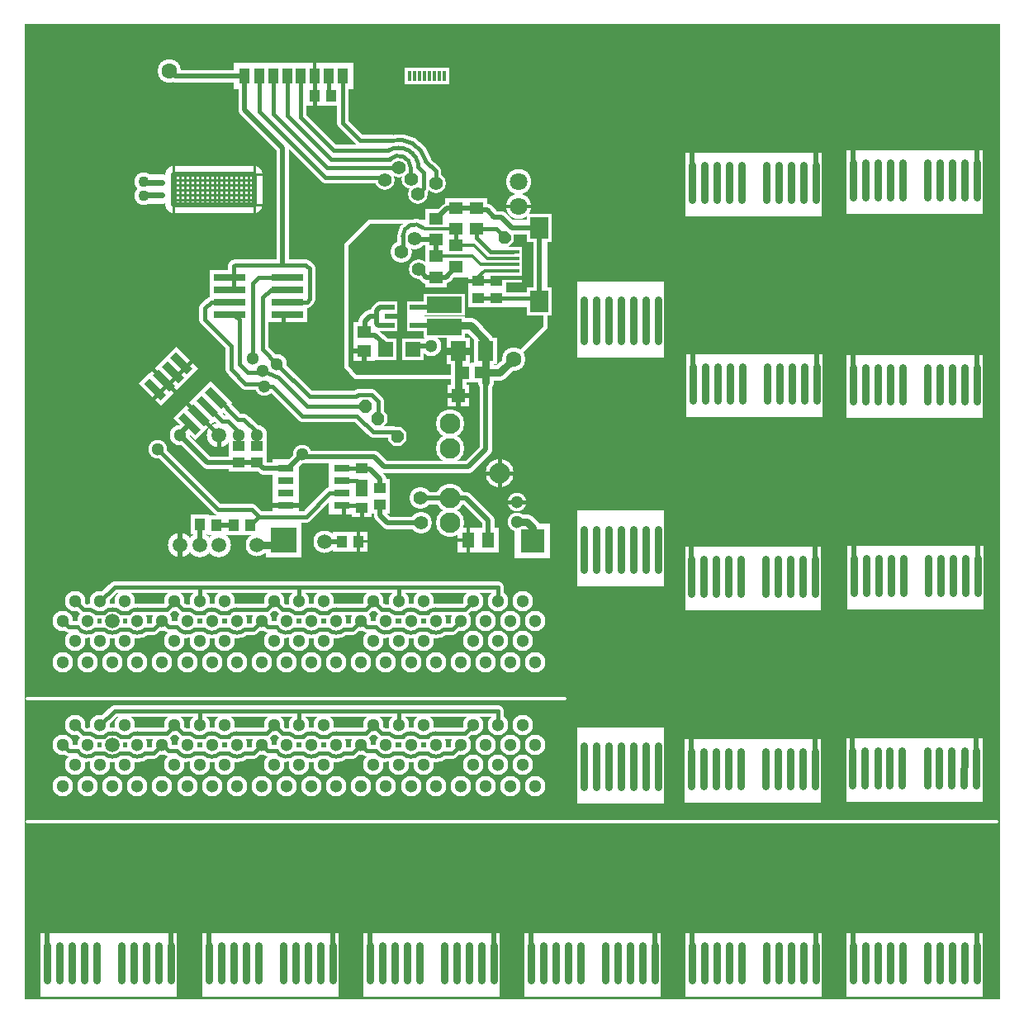
<source format=gbl>
%FSLAX34Y34*%
%MOMM*%
%LNCOPPER_BOTTOM*%
G71*
G01*
%ADD10C, 2.100*%
%ADD11C, 2.300*%
%ADD12C, 1.200*%
%ADD13R, 2.400X2.800*%
%ADD14R, 1.590X1.200*%
%ADD15C, 1.150*%
%ADD16R, 4.200X2.300*%
%ADD17C, 1.600*%
%ADD18C, 0.500*%
%ADD19R, 2.200X2.200*%
%ADD20R, 2.200X2.100*%
%ADD21C, 2.400*%
%ADD22C, 1.900*%
%ADD23R, 2.200X2.800*%
%ADD24R, 1.900X2.000*%
%ADD25C, 2.500*%
%ADD26C, 2.600*%
%ADD27R, 2.800X1.870*%
%ADD28R, 2.000X1.900*%
%ADD29R, 2.300X2.500*%
%ADD30C, 2.900*%
%ADD31C, 1.300*%
%ADD32R, 1.950X1.000*%
%ADD33R, 2.500X2.900*%
%ADD34C, 2.200*%
%ADD35C, 0.950*%
%ADD36C, 2.000*%
%ADD37C, 1.000*%
%ADD38C, 0.300*%
%ADD39C, 0.400*%
%ADD40C, 1.350*%
%ADD41C, 1.900*%
%ADD42C, 1.700*%
%ADD43C, 1.800*%
%ADD44R, 3.200X1.600*%
%ADD45C, 1.100*%
%ADD46R, 1.100X1.800*%
%ADD47C, 0.150*%
%ADD48R, 4.100X1.600*%
%ADD49R, 3.100X1.600*%
%ADD50C, 0.827*%
%ADD51C, 0.498*%
%ADD52C, 0.467*%
%ADD53C, 0.433*%
%ADD54C, 0.333*%
%ADD55C, 0.372*%
%ADD56C, 0.325*%
%ADD57C, 0.304*%
%ADD58C, 1.300*%
%ADD59C, 1.500*%
%ADD60R, 1.600X2.000*%
%ADD61R, 0.990X0.600*%
%ADD62C, 0.550*%
%ADD63R, 3.600X1.700*%
%ADD64C, 0.800*%
%ADD65R, 1.600X1.600*%
%ADD66R, 1.400X1.300*%
%ADD67R, 1.400X1.400*%
%ADD68C, 1.600*%
%ADD69C, 0.700*%
%ADD70R, 1.000X1.600*%
%ADD71R, 1.100X1.200*%
%ADD72C, 1.800*%
%ADD73R, 1.600X0.670*%
%ADD74R, 1.200X1.100*%
%ADD75R, 1.300X1.500*%
%ADD76C, 2.100*%
%ADD77R, 1.350X0.400*%
%ADD78R, 1.900X2.300*%
%ADD79C, 1.400*%
%ADD80C, 0.350*%
%ADD81C, 1.100*%
%ADD82C, 0.250*%
%ADD83C, 0.600*%
%ADD84C, 0.280*%
%ADD85C, 2.600*%
%ADD86R, 2.400X0.800*%
%ADD87R, 0.300X1.000*%
%ADD88R, 3.300X0.800*%
%ADD89R, 2.300X0.800*%
%ADD90C, 0.900*%
%ADD91C, 0.750*%
%LPD*%
G36*
X250Y50D02*
X1000250Y50D01*
X1000250Y-999950D01*
X250Y-999950D01*
X250Y50D01*
G37*
%LPC*%
X39552Y-654101D02*
G54D10*
D03*
X65052Y-654101D02*
G54D10*
D03*
X90552Y-654101D02*
G54D10*
D03*
X116052Y-654101D02*
G54D10*
D03*
X141552Y-654101D02*
G54D10*
D03*
X167052Y-654101D02*
G54D10*
D03*
X192552Y-654101D02*
G54D10*
D03*
X218052Y-654101D02*
G54D10*
D03*
X243552Y-654101D02*
G54D10*
D03*
X269052Y-654101D02*
G54D10*
D03*
X294552Y-654101D02*
G54D10*
D03*
X320052Y-654101D02*
G54D10*
D03*
X345552Y-654101D02*
G54D10*
D03*
X371052Y-654101D02*
G54D10*
D03*
X396552Y-654101D02*
G54D10*
D03*
X422052Y-654101D02*
G54D10*
D03*
X447552Y-654102D02*
G54D10*
D03*
X473052Y-654101D02*
G54D10*
D03*
X498552Y-654101D02*
G54D10*
D03*
X524052Y-654101D02*
G54D10*
D03*
X39552Y-611825D02*
G54D10*
D03*
X65052Y-611826D02*
G54D10*
D03*
X90553Y-611825D02*
G54D11*
D03*
X116052Y-611826D02*
G54D10*
D03*
X141552Y-611826D02*
G54D10*
D03*
X167052Y-611826D02*
G54D10*
D03*
X192552Y-611826D02*
G54D10*
D03*
X218052Y-611826D02*
G54D10*
D03*
X243552Y-611826D02*
G54D10*
D03*
X269052Y-611826D02*
G54D10*
D03*
X294552Y-611826D02*
G54D10*
D03*
X320052Y-611826D02*
G54D10*
D03*
X345552Y-611826D02*
G54D10*
D03*
X371052Y-611826D02*
G54D10*
D03*
X396552Y-611826D02*
G54D10*
D03*
X422052Y-611826D02*
G54D10*
D03*
X447552Y-611826D02*
G54D10*
D03*
X473052Y-611826D02*
G54D10*
D03*
X498552Y-611826D02*
G54D10*
D03*
X524052Y-611826D02*
G54D10*
D03*
X52302Y-631826D02*
G54D10*
D03*
X77802Y-631826D02*
G54D10*
D03*
X103302Y-631826D02*
G54D10*
D03*
X154302Y-631826D02*
G54D10*
D03*
X179802Y-631826D02*
G54D10*
D03*
X205302Y-631826D02*
G54D10*
D03*
X256302Y-631826D02*
G54D10*
D03*
X281802Y-631826D02*
G54D10*
D03*
X307302Y-631826D02*
G54D10*
D03*
X358302Y-631826D02*
G54D10*
D03*
X383802Y-631826D02*
G54D10*
D03*
X409302Y-631826D02*
G54D10*
D03*
X460302Y-631826D02*
G54D10*
D03*
X485802Y-631826D02*
G54D10*
D03*
X511302Y-631826D02*
G54D10*
D03*
X52302Y-591825D02*
G54D10*
D03*
X77802Y-591825D02*
G54D10*
D03*
X103302Y-591826D02*
G54D10*
D03*
X154302Y-591826D02*
G54D10*
D03*
X179802Y-591826D02*
G54D10*
D03*
X205302Y-591826D02*
G54D10*
D03*
X256302Y-591826D02*
G54D10*
D03*
X281802Y-591826D02*
G54D10*
D03*
X307302Y-591826D02*
G54D10*
D03*
X358302Y-591826D02*
G54D10*
D03*
X383802Y-591826D02*
G54D10*
D03*
X409302Y-591826D02*
G54D10*
D03*
X460302Y-591826D02*
G54D10*
D03*
X485802Y-591826D02*
G54D10*
D03*
X511302Y-591826D02*
G54D10*
D03*
G54D12*
X179802Y-591826D02*
X179802Y-576698D01*
G54D12*
X281802Y-591826D02*
X281802Y-576698D01*
G54D12*
X485802Y-591826D02*
X485802Y-576698D01*
G54D12*
X383802Y-591826D02*
X383802Y-576698D01*
G54D12*
X485802Y-576698D02*
X92930Y-576698D01*
X77802Y-591826D01*
X473189Y-335303D02*
G54D13*
D03*
X445197Y-335296D02*
G54D13*
D03*
X374672Y-289740D02*
G54D14*
D03*
X374674Y-299145D02*
G54D14*
D03*
X374672Y-308740D02*
G54D14*
D03*
X400571Y-308740D02*
G54D14*
D03*
X400572Y-289740D02*
G54D14*
D03*
G54D15*
X374671Y-308740D02*
X363411Y-308740D01*
X361272Y-306601D01*
X361272Y-293504D01*
X365037Y-289740D01*
X374672Y-289740D01*
X430792Y-310225D02*
G54D16*
D03*
X430792Y-287225D02*
G54D16*
D03*
G54D15*
X400572Y-289740D02*
X436611Y-289740D01*
X438730Y-287622D01*
G54D15*
X400571Y-308740D02*
X436848Y-308740D01*
X438730Y-310622D01*
G54D17*
X445189Y-380681D02*
X445193Y-344823D01*
G36*
X407792Y-290372D02*
X395092Y-290372D01*
X395092Y-309422D01*
X407792Y-309422D01*
X407792Y-290372D01*
G37*
G54D18*
X407792Y-290372D02*
X395092Y-290372D01*
X395092Y-309422D01*
X407792Y-309422D01*
X407792Y-290372D01*
X398620Y-333348D02*
G54D19*
D03*
X370620Y-333348D02*
G54D19*
D03*
X348898Y-334856D02*
G54D20*
D03*
X348900Y-315851D02*
G54D20*
D03*
X422222Y-237667D02*
G54D20*
D03*
X422222Y-259241D02*
G54D20*
D03*
X417493Y-329657D02*
G54D10*
D03*
X445189Y-380681D02*
G54D19*
D03*
X501759Y-343012D02*
G54D21*
D03*
X244872Y-355434D02*
G54D10*
D03*
X259164Y-348064D02*
G54D10*
D03*
X246440Y-370932D02*
G54D22*
D03*
X505042Y-490177D02*
G54D22*
D03*
G36*
X503096Y-547804D02*
X503096Y-511804D01*
X539096Y-511804D01*
X539096Y-547804D01*
X503096Y-547804D01*
G37*
X225885Y-53213D02*
G54D23*
D03*
X240964Y-53212D02*
G54D23*
D03*
X255252Y-53211D02*
G54D23*
D03*
X269539Y-53212D02*
G54D23*
D03*
X283827Y-53212D02*
G54D23*
D03*
X298117Y-53213D02*
G54D23*
D03*
X312402Y-53212D02*
G54D23*
D03*
X326689Y-53212D02*
G54D23*
D03*
X298117Y-73593D02*
G54D24*
D03*
X315117Y-73593D02*
G54D24*
D03*
G54D12*
X312402Y-53212D02*
X312402Y-73259D01*
X315117Y-75974D01*
X234156Y-342337D02*
G54D10*
D03*
X159552Y-533927D02*
G54D25*
D03*
X180197Y-533933D02*
G54D25*
D03*
X199247Y-533933D02*
G54D25*
D03*
X199244Y-421093D02*
G54D25*
D03*
G36*
X284262Y-510852D02*
X284262Y-546852D01*
X248262Y-546852D01*
X248262Y-510852D01*
X284262Y-510852D01*
G37*
X506659Y-186532D02*
G54D26*
D03*
X506657Y-161132D02*
G54D26*
D03*
X148959Y-47484D02*
G54D21*
D03*
X325350Y-455508D02*
G54D27*
D03*
X325349Y-468208D02*
G54D27*
D03*
X325350Y-480908D02*
G54D27*
D03*
X325349Y-493608D02*
G54D27*
D03*
X268350Y-493608D02*
G54D27*
D03*
X268350Y-480908D02*
G54D27*
D03*
X268350Y-468208D02*
G54D27*
D03*
X268350Y-455508D02*
G54D27*
D03*
X345818Y-478924D02*
G54D28*
D03*
X345818Y-495924D02*
G54D28*
D03*
X345818Y-454780D02*
G54D28*
D03*
X345817Y-471780D02*
G54D28*
D03*
X364783Y-492114D02*
G54D28*
D03*
X364783Y-475114D02*
G54D28*
D03*
X137319Y-435769D02*
G54D22*
D03*
X455612Y-528636D02*
G54D29*
D03*
X159556Y-421094D02*
G54D10*
D03*
X219881Y-421094D02*
G54D10*
D03*
X238931Y-421094D02*
G54D10*
D03*
G36*
X117433Y-368555D02*
X128748Y-357242D01*
X151374Y-379871D01*
X140059Y-391184D01*
X117433Y-368555D01*
G37*
G36*
X126413Y-359575D02*
X137728Y-348262D01*
X160354Y-370890D01*
X149039Y-382204D01*
X126413Y-359575D01*
G37*
G36*
X135394Y-350593D02*
X146709Y-339281D01*
X169333Y-361912D01*
X158018Y-373224D01*
X135394Y-350593D01*
G37*
G36*
X144373Y-341616D02*
X155686Y-330302D01*
X178315Y-352928D01*
X167002Y-364242D01*
X144373Y-341616D01*
G37*
G36*
X179729Y-376971D02*
X191042Y-365657D01*
X213670Y-388284D01*
X202357Y-399598D01*
X179729Y-376971D01*
G37*
G36*
X170749Y-385952D02*
X182062Y-374638D01*
X204690Y-397264D01*
X193377Y-408578D01*
X170749Y-385952D01*
G37*
G36*
X161768Y-394932D02*
X173082Y-383618D01*
X195710Y-406244D01*
X184396Y-417558D01*
X161768Y-394932D01*
G37*
G36*
X152789Y-403911D02*
X164103Y-392598D01*
X186729Y-415226D01*
X175415Y-426539D01*
X152789Y-403911D01*
G37*
X231699Y-513150D02*
G54D24*
D03*
X214697Y-513147D02*
G54D24*
D03*
X475453Y-528638D02*
G54D29*
D03*
X487558Y-460199D02*
G54D30*
D03*
X436758Y-485599D02*
G54D30*
D03*
X436758Y-434798D02*
G54D30*
D03*
X436758Y-409399D02*
G54D30*
D03*
X436758Y-510999D02*
G54D30*
D03*
G54D31*
X409770Y-485599D02*
X452658Y-485599D01*
X475453Y-508394D01*
X475453Y-530225D01*
X501033Y-233343D02*
G54D32*
D03*
X501033Y-239843D02*
G54D32*
D03*
X501033Y-246343D02*
G54D32*
D03*
X501033Y-252843D02*
G54D32*
D03*
X501033Y-259343D02*
G54D32*
D03*
X527783Y-283843D02*
G54D33*
D03*
X527783Y-208843D02*
G54D33*
D03*
X400458Y-219430D02*
G54D34*
D03*
X422222Y-199170D02*
G54D20*
D03*
X422222Y-220744D02*
G54D20*
D03*
X442859Y-226872D02*
G54D20*
D03*
X442859Y-248446D02*
G54D20*
D03*
X442859Y-188375D02*
G54D20*
D03*
X442859Y-209949D02*
G54D20*
D03*
G54D31*
X422222Y-237667D02*
X422221Y-220744D01*
G54D12*
X442859Y-226872D02*
X442859Y-209949D01*
G54D15*
X409165Y-208738D02*
X410368Y-209942D01*
X440002Y-209944D01*
G36*
X502037Y-222612D02*
X496626Y-228022D01*
X488948Y-228022D01*
X483537Y-222612D01*
X483537Y-214934D01*
X488948Y-209522D01*
X496626Y-209522D01*
X502037Y-214934D01*
X502037Y-222612D01*
G37*
G54D31*
X527783Y-208843D02*
X527783Y-283843D01*
G54D35*
X501033Y-252843D02*
X471851Y-252843D01*
X404209Y-251074D02*
G54D36*
D03*
G36*
X366686Y-394916D02*
X372244Y-400474D01*
X372244Y-408358D01*
X366686Y-413916D01*
X358802Y-413916D01*
X353244Y-408358D01*
X353244Y-400474D01*
X358802Y-394916D01*
X366686Y-394916D01*
G37*
G36*
X353986Y-382216D02*
X359544Y-387774D01*
X359544Y-395658D01*
X353986Y-401216D01*
X346102Y-401216D01*
X340544Y-395658D01*
X340544Y-387774D01*
X346102Y-382216D01*
X353986Y-382216D01*
G37*
G36*
X386656Y-413172D02*
X392214Y-418730D01*
X392214Y-426614D01*
X386656Y-432172D01*
X378772Y-432172D01*
X373214Y-426614D01*
X373214Y-418730D01*
X378772Y-413172D01*
X386656Y-413172D01*
G37*
G54D17*
X473184Y-366824D02*
X473189Y-344828D01*
G54D15*
X422222Y-237667D02*
X459123Y-237667D01*
X467799Y-246343D01*
X501033Y-246343D01*
G54D15*
X501033Y-239843D02*
X474396Y-239843D01*
X461425Y-226872D01*
X442859Y-226872D01*
X463497Y-188375D02*
G54D20*
D03*
X463496Y-209949D02*
G54D20*
D03*
G54D37*
X501033Y-233343D02*
X478215Y-233343D01*
X463496Y-218624D01*
X463496Y-209949D01*
G54D31*
X527783Y-208843D02*
X500149Y-208843D01*
X488950Y-197644D01*
X481806Y-197644D01*
X474522Y-190359D01*
X463497Y-190359D01*
G54D31*
X463497Y-188851D02*
X442859Y-188851D01*
X483956Y-280359D02*
G54D28*
D03*
X483956Y-263359D02*
G54D28*
D03*
X465700Y-280359D02*
G54D28*
D03*
X465700Y-263359D02*
G54D28*
D03*
G36*
X480384Y-257455D02*
X441668Y-257455D01*
X405796Y-249884D01*
X441668Y-228237D01*
X480384Y-228237D01*
X480384Y-257455D01*
G37*
G54D38*
X480384Y-257455D02*
X441668Y-257455D01*
X405796Y-249884D01*
X441668Y-228237D01*
X480384Y-228237D01*
X480384Y-257455D01*
G54D12*
X465700Y-280359D02*
X524299Y-280359D01*
X527783Y-283843D01*
G36*
X486946Y-233343D02*
X454013Y-233343D01*
X422222Y-220744D01*
X437700Y-183295D01*
X467854Y-183692D01*
X481806Y-197644D01*
X488950Y-197644D01*
X495387Y-204080D01*
X486946Y-233343D01*
G37*
G54D39*
X486946Y-233343D02*
X454013Y-233343D01*
X422222Y-220744D01*
X437700Y-183295D01*
X467854Y-183692D01*
X481806Y-197644D01*
X488950Y-197644D01*
X495387Y-204080D01*
X486946Y-233343D01*
X386987Y-232900D02*
G54D34*
D03*
G54D31*
X416302Y-329657D02*
X397827Y-329657D01*
G54D39*
X354012Y-201612D02*
X329787Y-225838D01*
X329787Y-351218D01*
X339328Y-360759D01*
X483415Y-360759D01*
X533876Y-310298D01*
X533876Y-202486D01*
X533003Y-201612D01*
X354012Y-201612D01*
G54D31*
X368636Y-337197D02*
X368636Y-327361D01*
X359904Y-318629D01*
X347312Y-318629D01*
G54D40*
X349297Y-317042D02*
X349297Y-304753D01*
X354806Y-299244D01*
X360759Y-299244D01*
G54D17*
X473189Y-335303D02*
X473189Y-324758D01*
X457466Y-309034D01*
X435158Y-309034D01*
G54D31*
X345817Y-455970D02*
X354767Y-455970D01*
X364783Y-465986D01*
X364783Y-475114D01*
G54D12*
X219881Y-421094D02*
X219881Y-417922D01*
X209153Y-407194D01*
X203305Y-407194D01*
X187719Y-391608D01*
G54D12*
X238931Y-421094D02*
X238931Y-418318D01*
X225425Y-404812D01*
X218884Y-404812D01*
X196699Y-382628D01*
G54D31*
X159556Y-421094D02*
X159556Y-419771D01*
X169759Y-409568D01*
X308197Y-530178D02*
G54D11*
D03*
X406595Y-485599D02*
G54D34*
D03*
X406747Y-510999D02*
G54D34*
D03*
X122706Y-161528D02*
G54D41*
D03*
X122702Y-175812D02*
G54D41*
D03*
G36*
X153411Y-153335D02*
X235961Y-153335D01*
X235961Y-185085D01*
X153411Y-185085D01*
X153411Y-153335D01*
G37*
G54D42*
X153411Y-153335D02*
X235961Y-153335D01*
X235961Y-185085D01*
X153411Y-185085D01*
X153411Y-153335D01*
G54D43*
X140853Y-175021D02*
X122706Y-175021D01*
G54D43*
X140853Y-162321D02*
X122706Y-162321D01*
X285480Y-440531D02*
G54D22*
D03*
X180197Y-513144D02*
G54D24*
D03*
X197199Y-513147D02*
G54D24*
D03*
G54D31*
X180197Y-533933D02*
X180197Y-511556D01*
G54D31*
X197199Y-513147D02*
X214697Y-513147D01*
X383778Y-147241D02*
G54D36*
D03*
X370200Y-160025D02*
G54D36*
D03*
X396478Y-159147D02*
G54D36*
D03*
X403622Y-174228D02*
G54D36*
D03*
X422275Y-163116D02*
G54D36*
D03*
G54D12*
G75*
G01X396278Y-147241D02*
G03X374939Y-138402I-12500J0D01*
G01*
G54D12*
X370200Y-160025D02*
X367422Y-157247D01*
X308456Y-157247D01*
X240964Y-89755D01*
X240964Y-53212D01*
G54D12*
X383778Y-147241D02*
X310356Y-146844D01*
X255252Y-91739D01*
X255252Y-53211D01*
G54D12*
X396278Y-147241D02*
X396278Y-158947D01*
X396478Y-159147D01*
G54D12*
X374939Y-138402D02*
X314614Y-138402D01*
X269539Y-93327D01*
X269539Y-53212D01*
G54D12*
G75*
G01X404416Y-147241D02*
G03X373459Y-129368I-20638J0D01*
G01*
G54D12*
X373459Y-129368D02*
X317533Y-129368D01*
X283827Y-95661D01*
X283827Y-53212D01*
G54D12*
X403622Y-174228D02*
X409575Y-168275D01*
X409575Y-152400D01*
X404416Y-147241D01*
G54D12*
G75*
G01X409165Y-208738D02*
G03X388143Y-217446I-8708J-8708D01*
G01*
G54D12*
X388144Y-217445D02*
X388144Y-231744D01*
X386987Y-232900D01*
X265265Y-259230D02*
G54D44*
D03*
X265265Y-271930D02*
G54D44*
D03*
X265264Y-284630D02*
G54D44*
D03*
X265265Y-297330D02*
G54D44*
D03*
X215264Y-297330D02*
G54D44*
D03*
X215264Y-284630D02*
G54D44*
D03*
X215265Y-271930D02*
G54D44*
D03*
X215265Y-259230D02*
G54D44*
D03*
G54D12*
X215265Y-259230D02*
X215265Y-271930D01*
G54D12*
G75*
G01X411695Y-139773D02*
G03X376239Y-119302I-27964J-7493D01*
G01*
G54D12*
X326689Y-53212D02*
X326689Y-101264D01*
X344727Y-119302D01*
X376239Y-119302D01*
G54D37*
X422275Y-163116D02*
X422275Y-150353D01*
X411695Y-139773D01*
G36*
X225885Y-53213D02*
X225885Y-87772D01*
X283827Y-95661D01*
X283827Y-53212D01*
X225885Y-53213D01*
G37*
G54D39*
X225885Y-53213D02*
X225885Y-87772D01*
X283827Y-95661D01*
X283827Y-53212D01*
X225885Y-53213D01*
G36*
X419497Y-159544D02*
X401637Y-159544D01*
X401637Y-149622D01*
X419497Y-149622D01*
X419497Y-159544D01*
G37*
G54D39*
X419497Y-159544D02*
X401637Y-159544D01*
X401637Y-149622D01*
X419497Y-149622D01*
X419497Y-159544D01*
G54D45*
X422221Y-259241D02*
X432064Y-259241D01*
X442859Y-248446D01*
G54D45*
X442859Y-188375D02*
X433017Y-188375D01*
X422222Y-199170D01*
G36*
X483956Y-280478D02*
X522684Y-280478D01*
X522684Y-287853D01*
X483956Y-287853D01*
X483956Y-280478D01*
G37*
G54D39*
X483956Y-280478D02*
X522684Y-280478D01*
X522684Y-287853D01*
X483956Y-287853D01*
X483956Y-280478D01*
X325787Y-530177D02*
G54D24*
D03*
X342786Y-530178D02*
G54D24*
D03*
G54D31*
X308197Y-530177D02*
X325787Y-530177D01*
G54D12*
X234156Y-342337D02*
X234156Y-265906D01*
X240109Y-259953D01*
G54D12*
X266058Y-259230D02*
X240832Y-259230D01*
X240109Y-259953D01*
G54D12*
X220821Y-348614D02*
X228850Y-356644D01*
X243662Y-356644D01*
X244872Y-355434D01*
G54D12*
X259164Y-348064D02*
X244475Y-333375D01*
X244475Y-280194D01*
X252738Y-271930D01*
X265265Y-271930D01*
G54D12*
X334300Y-401638D02*
X285353Y-401638D01*
X254647Y-370932D01*
X246043Y-370932D01*
G54D12*
X362744Y-404416D02*
X362744Y-386159D01*
X356394Y-379809D01*
X342305Y-379809D01*
X340221Y-381893D01*
X292993Y-381893D01*
X259164Y-348064D01*
G54D12*
X350044Y-391716D02*
X290116Y-391716D01*
X260747Y-362347D01*
X244872Y-355434D01*
G36*
X191620Y-284630D02*
X184944Y-302419D01*
X246440Y-370932D01*
X259164Y-348064D01*
X244475Y-333375D01*
X244475Y-313531D01*
X227409Y-296466D01*
X191620Y-284630D01*
G37*
G54D39*
X191620Y-284630D02*
X184944Y-302419D01*
X246440Y-370932D01*
X259164Y-348064D01*
X244475Y-333375D01*
X244475Y-313531D01*
X227409Y-296466D01*
X191620Y-284630D01*
G36*
X216297Y-246459D02*
X265264Y-246459D01*
X265264Y-284630D01*
X216297Y-284630D01*
X216297Y-246459D01*
G37*
G54D39*
X216297Y-246459D02*
X265264Y-246459D01*
X265264Y-284630D01*
X216297Y-284630D01*
X216297Y-246459D01*
G54D31*
X225885Y-77057D02*
X225885Y-87772D01*
X265112Y-127000D01*
G54D17*
X466263Y-357307D02*
X487464Y-357307D01*
X501759Y-343012D01*
G54D12*
X334300Y-401638D02*
X341312Y-401638D01*
X357584Y-417909D01*
X377952Y-417909D01*
X382714Y-422672D01*
G36*
X350044Y-391716D02*
X362744Y-391716D01*
X362744Y-404416D01*
X350044Y-404416D01*
X350044Y-391716D01*
G37*
G54D39*
X350044Y-391716D02*
X362744Y-391716D01*
X362744Y-404416D01*
X350044Y-404416D01*
X350044Y-391716D01*
G54D31*
X406747Y-510999D02*
X372555Y-510999D01*
X364783Y-503227D01*
X364783Y-492114D01*
X219622Y-449021D02*
G54D28*
D03*
X219625Y-432019D02*
G54D28*
D03*
X238672Y-449021D02*
G54D28*
D03*
X238675Y-432019D02*
G54D28*
D03*
G54D31*
X237482Y-449021D02*
X187483Y-449021D01*
X159556Y-421094D01*
G54D12*
X325350Y-455508D02*
X345355Y-455508D01*
X345817Y-455970D01*
G54D12*
X325349Y-468208D02*
X341055Y-468208D01*
X345817Y-472970D01*
G54D12*
X325349Y-493608D02*
X342311Y-493608D01*
X345817Y-497114D01*
G54D12*
X325350Y-480908D02*
X313239Y-480908D01*
X289322Y-504825D01*
X240024Y-504825D01*
X231699Y-513150D01*
G54D12*
X240197Y-504147D02*
X233334Y-497284D01*
G54D31*
X269540Y-455508D02*
X270503Y-455508D01*
X285480Y-440531D01*
G54D31*
X268350Y-455508D02*
X245160Y-455508D01*
X238672Y-449021D01*
G54D12*
X233334Y-497284D02*
X198834Y-497284D01*
X137319Y-435769D01*
G54D31*
X285480Y-440531D02*
X287861Y-442912D01*
X358378Y-442912D01*
X369094Y-453628D01*
X455612Y-453628D01*
X473184Y-436056D01*
X473184Y-366824D01*
G36*
X440953Y-347307D02*
X459953Y-347306D01*
X459953Y-367306D01*
X440953Y-367307D01*
X440953Y-347307D01*
G37*
X467453Y-357306D02*
G54D24*
D03*
X395531Y-53166D02*
G54D46*
D03*
X400531Y-53166D02*
G54D46*
D03*
X405531Y-53166D02*
G54D46*
D03*
X410531Y-53166D02*
G54D46*
D03*
X415531Y-53166D02*
G54D46*
D03*
X420531Y-53166D02*
G54D46*
D03*
X425531Y-53166D02*
G54D46*
D03*
X430531Y-53166D02*
G54D46*
D03*
G54D12*
G75*
G01X99038Y-603339D02*
G03X82067Y-603339I-8485J-8486D01*
G01*
G54D12*
G75*
G01X116052Y-599827D02*
G03X107566Y-603341I0J-12000D01*
G01*
G54D12*
X99038Y-603339D02*
X107566Y-603341D01*
G54D12*
G75*
G01X73537Y-603341D02*
G03X61946Y-600236I-8485J-8486D01*
G01*
G54D12*
X73537Y-603341D02*
X82067Y-603339D01*
G54D12*
G75*
G01X82067Y-620310D02*
G03X99038Y-620310I8486J8485D01*
G01*
G54D12*
G75*
G01X107566Y-620308D02*
G03X124537Y-620308I8486J8485D01*
G01*
G54D12*
X99038Y-620310D02*
X107566Y-620308D01*
G54D12*
G75*
G01X54659Y-617823D02*
G03X73537Y-620308I10393J6000D01*
G01*
G54D12*
X73537Y-620308D02*
X82067Y-620310D01*
G54D12*
X61946Y-600236D02*
X60713Y-600236D01*
X52302Y-591825D01*
G54D12*
X116052Y-599827D02*
X146301Y-599827D01*
X154302Y-591826D01*
G54D12*
G75*
G01X201037Y-603341D02*
G03X184067Y-603341I-8485J-8485D01*
G01*
G54D12*
G75*
G01X218051Y-599828D02*
G03X209566Y-603343I0J-12000D01*
G01*
G54D12*
X201037Y-603341D02*
X209566Y-603343D01*
G54D12*
G75*
G01X175536Y-603343D02*
G03X163945Y-600237I-8485J-8485D01*
G01*
G54D12*
X175536Y-603343D02*
X184067Y-603341D01*
G54D12*
X163945Y-600237D02*
X162713Y-600237D01*
X154302Y-591826D01*
G54D12*
X218051Y-599828D02*
X248301Y-599828D01*
X256301Y-591828D01*
G54D12*
G75*
G01X303037Y-603341D02*
G03X286067Y-603341I-8485J-8485D01*
G01*
G54D12*
G75*
G01X320051Y-599828D02*
G03X311566Y-603343I0J-12000D01*
G01*
G54D12*
X303037Y-603341D02*
X311566Y-603343D01*
G54D12*
G75*
G01X277536Y-603343D02*
G03X265945Y-600237I-8485J-8485D01*
G01*
G54D12*
X277536Y-603343D02*
X286067Y-603341D01*
G54D12*
X265945Y-600237D02*
X264713Y-600237D01*
X256302Y-591826D01*
G54D12*
X320051Y-599828D02*
X350301Y-599828D01*
X358301Y-591828D01*
G54D12*
G75*
G01X405037Y-603341D02*
G03X388067Y-603341I-8485J-8485D01*
G01*
G54D12*
G75*
G01X422051Y-599828D02*
G03X413566Y-603343I0J-12000D01*
G01*
G54D12*
X405037Y-603341D02*
X413566Y-603343D01*
G54D12*
G75*
G01X379536Y-603343D02*
G03X367945Y-600237I-8485J-8485D01*
G01*
G54D12*
X379536Y-603343D02*
X388067Y-603341D01*
G54D12*
X367945Y-600237D02*
X366713Y-600237D01*
X358302Y-591826D01*
G54D12*
X422051Y-599828D02*
X452301Y-599828D01*
X460301Y-591828D01*
G54D12*
X124537Y-620308D02*
X133070Y-620308D01*
X141552Y-611826D01*
G54D12*
X54659Y-617823D02*
X45550Y-617823D01*
X39552Y-611825D01*
G54D12*
G75*
G01X184067Y-620311D02*
G03X201037Y-620311I8485J8485D01*
G01*
G54D12*
G75*
G01X209566Y-620309D02*
G03X226536Y-620309I8485J8485D01*
G01*
G54D12*
X201037Y-620311D02*
X209566Y-620309D01*
G54D12*
G75*
G01X156659Y-617824D02*
G03X175536Y-620309I10392J6000D01*
G01*
G54D12*
X175536Y-620309D02*
X184067Y-620311D01*
G54D12*
X226536Y-620309D02*
X235069Y-620309D01*
X243551Y-611828D01*
G54D12*
X156659Y-617824D02*
X147550Y-617824D01*
X141552Y-611826D01*
G54D12*
G75*
G01X286067Y-620311D02*
G03X303037Y-620311I8485J8485D01*
G01*
G54D12*
G75*
G01X311566Y-620309D02*
G03X328536Y-620309I8485J8485D01*
G01*
G54D12*
X303037Y-620311D02*
X311566Y-620309D01*
G54D12*
G75*
G01X258659Y-617824D02*
G03X277536Y-620309I10392J6000D01*
G01*
G54D12*
X277536Y-620309D02*
X286067Y-620311D01*
G54D12*
X328536Y-620309D02*
X337070Y-620309D01*
X345551Y-611828D01*
G54D12*
X258659Y-617824D02*
X249550Y-617824D01*
X243552Y-611826D01*
G54D12*
G75*
G01X388067Y-620311D02*
G03X405037Y-620311I8485J8485D01*
G01*
G54D12*
G75*
G01X413566Y-620309D02*
G03X430536Y-620309I8485J8485D01*
G01*
G54D12*
X405037Y-620311D02*
X413566Y-620309D01*
G54D12*
G75*
G01X360659Y-617824D02*
G03X379536Y-620309I10392J6000D01*
G01*
G54D12*
X379536Y-620309D02*
X388067Y-620311D01*
G54D12*
X430536Y-620309D02*
X439069Y-620309D01*
X447551Y-611828D01*
G54D12*
X360659Y-617824D02*
X351550Y-617824D01*
X345552Y-611826D01*
G54D31*
X225885Y-53213D02*
X225885Y-77057D01*
G54D31*
X225885Y-53213D02*
X154688Y-53213D01*
X148959Y-47484D01*
G54D45*
X422222Y-220744D02*
X401772Y-220744D01*
X400458Y-219430D01*
X455612Y-528636D02*
G54D29*
D03*
X475453Y-528638D02*
G54D29*
D03*
G54D31*
X406595Y-485599D02*
X452658Y-485599D01*
X475453Y-508394D01*
X475453Y-530225D01*
G54D31*
X265112Y-245666D02*
X265112Y-127000D01*
G54D12*
X463496Y-209949D02*
X483963Y-209949D01*
X492787Y-218772D01*
X238941Y-533927D02*
G54D11*
D03*
X505043Y-510178D02*
G54D22*
D03*
G54D12*
X220821Y-348614D02*
X220821Y-302887D01*
X215264Y-297330D01*
G54D12*
X246043Y-370932D02*
X243662Y-368550D01*
X227057Y-368550D01*
X212328Y-353821D01*
X212328Y-329803D01*
X184944Y-302419D01*
X184944Y-291306D01*
X191620Y-284630D01*
X204152Y-284630D01*
G54D17*
X505043Y-510178D02*
X515338Y-510178D01*
X521098Y-515938D01*
X521097Y-529804D01*
G54D17*
X238941Y-533927D02*
X261187Y-533927D01*
X266262Y-528852D01*
G36*
X238941Y-533927D02*
X257969Y-533927D01*
X257969Y-506016D01*
X238941Y-506016D01*
X238941Y-533927D01*
G37*
G54D47*
X238941Y-533927D02*
X257969Y-533927D01*
X257969Y-506016D01*
X238941Y-506016D01*
X238941Y-533927D01*
X270027Y-259230D02*
G54D48*
D03*
X215265Y-259230D02*
G54D49*
D03*
X270027Y-271930D02*
G54D48*
D03*
X270027Y-284630D02*
G54D48*
D03*
X270027Y-297330D02*
G54D48*
D03*
X210502Y-297330D02*
G54D48*
D03*
X210502Y-284630D02*
G54D48*
D03*
X210502Y-271930D02*
G54D48*
D03*
X210502Y-259230D02*
G54D48*
D03*
G54D12*
X215265Y-259230D02*
X215265Y-247492D01*
X216297Y-246459D01*
X288925Y-246459D01*
X292497Y-250031D01*
X292497Y-281781D01*
X290045Y-284630D01*
X273996Y-284630D01*
X39552Y-781101D02*
G54D10*
D03*
X65052Y-781101D02*
G54D10*
D03*
X90552Y-781101D02*
G54D10*
D03*
X116052Y-781101D02*
G54D10*
D03*
X141552Y-781101D02*
G54D10*
D03*
X167052Y-781101D02*
G54D10*
D03*
X192552Y-781101D02*
G54D10*
D03*
X218052Y-781101D02*
G54D10*
D03*
X243552Y-781101D02*
G54D10*
D03*
X269052Y-781101D02*
G54D10*
D03*
X294552Y-781101D02*
G54D10*
D03*
X320052Y-781101D02*
G54D10*
D03*
X345552Y-781101D02*
G54D10*
D03*
X371052Y-781101D02*
G54D10*
D03*
X396552Y-781101D02*
G54D10*
D03*
X422052Y-781101D02*
G54D10*
D03*
X447552Y-781102D02*
G54D10*
D03*
X473052Y-781101D02*
G54D10*
D03*
X498552Y-781101D02*
G54D10*
D03*
X524052Y-781101D02*
G54D10*
D03*
X39552Y-738825D02*
G54D10*
D03*
X65052Y-738826D02*
G54D10*
D03*
X90553Y-738825D02*
G54D11*
D03*
X116052Y-738826D02*
G54D10*
D03*
X141552Y-738826D02*
G54D10*
D03*
X167052Y-738826D02*
G54D10*
D03*
X192552Y-738826D02*
G54D10*
D03*
X218052Y-738826D02*
G54D10*
D03*
X243552Y-738826D02*
G54D10*
D03*
X269052Y-738826D02*
G54D10*
D03*
X294552Y-738826D02*
G54D10*
D03*
X320052Y-738826D02*
G54D10*
D03*
X345552Y-738826D02*
G54D10*
D03*
X371052Y-738826D02*
G54D10*
D03*
X396552Y-738826D02*
G54D10*
D03*
X422052Y-738826D02*
G54D10*
D03*
X447552Y-738826D02*
G54D10*
D03*
X473052Y-738826D02*
G54D10*
D03*
X498552Y-738826D02*
G54D10*
D03*
X524052Y-738826D02*
G54D10*
D03*
X52302Y-758826D02*
G54D10*
D03*
X77802Y-758826D02*
G54D10*
D03*
X103302Y-758826D02*
G54D10*
D03*
X154302Y-758826D02*
G54D10*
D03*
X179802Y-758826D02*
G54D10*
D03*
X205302Y-758826D02*
G54D10*
D03*
X256302Y-758826D02*
G54D10*
D03*
X281802Y-758826D02*
G54D10*
D03*
X307302Y-758826D02*
G54D10*
D03*
X358302Y-758826D02*
G54D10*
D03*
X383802Y-758826D02*
G54D10*
D03*
X409302Y-758826D02*
G54D10*
D03*
X460302Y-758826D02*
G54D10*
D03*
X485802Y-758826D02*
G54D10*
D03*
X511302Y-758826D02*
G54D10*
D03*
X52302Y-718825D02*
G54D10*
D03*
X77802Y-718825D02*
G54D10*
D03*
X103302Y-718826D02*
G54D10*
D03*
X154302Y-718826D02*
G54D10*
D03*
X179802Y-718826D02*
G54D10*
D03*
X205302Y-718826D02*
G54D10*
D03*
X256302Y-718826D02*
G54D10*
D03*
X281802Y-718826D02*
G54D10*
D03*
X307302Y-718826D02*
G54D10*
D03*
X358302Y-718826D02*
G54D10*
D03*
X383802Y-718826D02*
G54D10*
D03*
X409302Y-718826D02*
G54D10*
D03*
X460302Y-718826D02*
G54D10*
D03*
X485802Y-718826D02*
G54D10*
D03*
X511302Y-718826D02*
G54D10*
D03*
G54D12*
X179802Y-718826D02*
X179802Y-703698D01*
G54D12*
X281802Y-718826D02*
X281802Y-703698D01*
G54D12*
X485802Y-718826D02*
X485802Y-703698D01*
G54D12*
X383802Y-718826D02*
X383802Y-703698D01*
G54D12*
X485802Y-703698D02*
X92930Y-703698D01*
X77802Y-718826D01*
G54D12*
G75*
G01X99038Y-730339D02*
G03X82067Y-730339I-8485J-8486D01*
G01*
G54D12*
G75*
G01X116052Y-726827D02*
G03X107566Y-730341I0J-12000D01*
G01*
G54D12*
X99038Y-730339D02*
X107566Y-730341D01*
G54D12*
G75*
G01X73537Y-730341D02*
G03X61946Y-727236I-8485J-8486D01*
G01*
G54D12*
X73537Y-730341D02*
X82067Y-730339D01*
G54D12*
G75*
G01X82067Y-747310D02*
G03X99038Y-747310I8486J8485D01*
G01*
G54D12*
G75*
G01X107566Y-747308D02*
G03X124537Y-747308I8486J8485D01*
G01*
G54D12*
X99038Y-747310D02*
X107566Y-747308D01*
G54D12*
G75*
G01X54659Y-744823D02*
G03X73537Y-747308I10393J6000D01*
G01*
G54D12*
X73537Y-747308D02*
X82067Y-747310D01*
G54D12*
X61946Y-727236D02*
X60713Y-727236D01*
X52302Y-718825D01*
G54D12*
X116052Y-726827D02*
X146301Y-726827D01*
X154302Y-718826D01*
G54D12*
G75*
G01X201037Y-730341D02*
G03X184067Y-730341I-8485J-8485D01*
G01*
G54D12*
G75*
G01X218051Y-726828D02*
G03X209566Y-730343I0J-12000D01*
G01*
G54D12*
X201037Y-730341D02*
X209566Y-730343D01*
G54D12*
G75*
G01X175536Y-730343D02*
G03X163945Y-727237I-8485J-8485D01*
G01*
G54D12*
X175536Y-730343D02*
X184067Y-730341D01*
G54D12*
X163945Y-727237D02*
X162713Y-727237D01*
X154302Y-718826D01*
G54D12*
X218051Y-726828D02*
X248301Y-726828D01*
X256301Y-718828D01*
G54D12*
G75*
G01X303037Y-730341D02*
G03X286067Y-730341I-8485J-8485D01*
G01*
G54D12*
G75*
G01X320051Y-726828D02*
G03X311566Y-730343I0J-12000D01*
G01*
G54D12*
X303037Y-730341D02*
X311566Y-730343D01*
G54D12*
G75*
G01X277536Y-730343D02*
G03X265945Y-727237I-8485J-8485D01*
G01*
G54D12*
X277536Y-730343D02*
X286067Y-730341D01*
G54D12*
X265945Y-727237D02*
X264713Y-727237D01*
X256302Y-718826D01*
G54D12*
X320051Y-726828D02*
X350301Y-726828D01*
X358301Y-718828D01*
G54D12*
G75*
G01X405037Y-730341D02*
G03X388067Y-730341I-8485J-8485D01*
G01*
G54D12*
G75*
G01X422051Y-726828D02*
G03X413566Y-730343I0J-12000D01*
G01*
G54D12*
X405037Y-730341D02*
X413566Y-730343D01*
G54D12*
G75*
G01X379536Y-730343D02*
G03X367945Y-727237I-8485J-8485D01*
G01*
G54D12*
X379536Y-730343D02*
X388067Y-730341D01*
G54D12*
X367945Y-727237D02*
X366713Y-727237D01*
X358302Y-718826D01*
G54D12*
X422051Y-726828D02*
X452301Y-726828D01*
X460301Y-718828D01*
G54D12*
X124537Y-747308D02*
X133070Y-747308D01*
X141552Y-738826D01*
G54D12*
X54659Y-744823D02*
X45550Y-744823D01*
X39552Y-738825D01*
G54D12*
G75*
G01X184067Y-747311D02*
G03X201037Y-747311I8485J8485D01*
G01*
G54D12*
G75*
G01X209566Y-747309D02*
G03X226536Y-747309I8485J8485D01*
G01*
G54D12*
X201037Y-747311D02*
X209566Y-747309D01*
G54D12*
G75*
G01X156659Y-744824D02*
G03X175536Y-747309I10392J6000D01*
G01*
G54D12*
X175536Y-747309D02*
X184067Y-747311D01*
G54D12*
X226536Y-747309D02*
X235069Y-747309D01*
X243551Y-738828D01*
G54D12*
X156659Y-744824D02*
X147550Y-744824D01*
X141552Y-738826D01*
G54D12*
G75*
G01X286067Y-747311D02*
G03X303037Y-747311I8485J8485D01*
G01*
G54D12*
G75*
G01X311566Y-747309D02*
G03X328536Y-747309I8485J8485D01*
G01*
G54D12*
X303037Y-747311D02*
X311566Y-747309D01*
G54D12*
G75*
G01X258659Y-744824D02*
G03X277536Y-747309I10392J6000D01*
G01*
G54D12*
X277536Y-747309D02*
X286067Y-747311D01*
G54D12*
X328536Y-747309D02*
X337070Y-747309D01*
X345551Y-738828D01*
G54D12*
X258659Y-744824D02*
X249550Y-744824D01*
X243552Y-738826D01*
G54D12*
G75*
G01X388067Y-747311D02*
G03X405037Y-747311I8485J8485D01*
G01*
G54D12*
G75*
G01X413566Y-747309D02*
G03X430536Y-747309I8485J8485D01*
G01*
G54D12*
X405037Y-747311D02*
X413566Y-747309D01*
G54D12*
G75*
G01X360659Y-744824D02*
G03X379536Y-747309I10392J6000D01*
G01*
G54D12*
X379536Y-747309D02*
X388067Y-747311D01*
G54D12*
X430536Y-747309D02*
X439069Y-747309D01*
X447551Y-738828D01*
G54D12*
X360659Y-744824D02*
X351550Y-744824D01*
X345552Y-738826D01*
G36*
X16818Y-996713D02*
X16818Y-931713D01*
X156268Y-931713D01*
X156268Y-996713D01*
X16818Y-996713D01*
G37*
G36*
X182712Y-996713D02*
X182712Y-931713D01*
X322162Y-931713D01*
X322162Y-996713D01*
X182712Y-996713D01*
G37*
G36*
X347812Y-996713D02*
X347812Y-931713D01*
X487262Y-931713D01*
X487262Y-996713D01*
X347812Y-996713D01*
G37*
G36*
X512912Y-996713D02*
X512912Y-931713D01*
X652362Y-931713D01*
X652362Y-996713D01*
X512912Y-996713D01*
G37*
G36*
X678012Y-996713D02*
X678012Y-931713D01*
X817462Y-931713D01*
X817462Y-996713D01*
X678012Y-996713D01*
G37*
G36*
X843112Y-996713D02*
X843112Y-931713D01*
X982562Y-931713D01*
X982562Y-996713D01*
X843112Y-996713D01*
G37*
G54D38*
X3175Y-817166D02*
X997347Y-817166D01*
G54D38*
X3175Y-690959D02*
X554434Y-690959D01*
G36*
X842921Y-797169D02*
X842921Y-732169D01*
X982372Y-732169D01*
X982372Y-797169D01*
X842921Y-797169D01*
G37*
G36*
X677424Y-797963D02*
X677424Y-732963D01*
X816875Y-732963D01*
X816875Y-797963D01*
X677424Y-797963D01*
G37*
G36*
X844112Y-599922D02*
X844112Y-534922D01*
X983562Y-534922D01*
X983562Y-599922D01*
X844112Y-599922D01*
G37*
G36*
X677593Y-600569D02*
X677593Y-535569D01*
X817043Y-535569D01*
X817043Y-600569D01*
X677593Y-600569D01*
G37*
G36*
X843318Y-403866D02*
X843318Y-338866D01*
X982768Y-338866D01*
X982768Y-403866D01*
X843318Y-403866D01*
G37*
G36*
X679012Y-403072D02*
X679012Y-338072D01*
X818462Y-338072D01*
X818462Y-403072D01*
X679012Y-403072D01*
G37*
G36*
X567092Y-798699D02*
X567093Y-720999D01*
X655742Y-720999D01*
X655743Y-798699D01*
X567092Y-798699D01*
G37*
G36*
X567092Y-576449D02*
X567093Y-498749D01*
X655742Y-498749D01*
X655743Y-576449D01*
X567092Y-576449D01*
G37*
G36*
X567092Y-341499D02*
X567093Y-263799D01*
X655742Y-263799D01*
X655743Y-341499D01*
X567092Y-341499D01*
G37*
G36*
X843318Y-194316D02*
X843318Y-129316D01*
X982768Y-129316D01*
X982768Y-194316D01*
X843318Y-194316D01*
G37*
G36*
X678012Y-196612D02*
X678012Y-131612D01*
X817462Y-131612D01*
X817462Y-196612D01*
X678012Y-196612D01*
G37*
G54D31*
X422222Y-259241D02*
X412375Y-259241D01*
X404209Y-251074D01*
%LPD*%
G54D50*
G36*
X445198Y-339429D02*
X432698Y-339430D01*
X432697Y-331163D01*
X445197Y-331162D01*
X445198Y-339429D01*
G37*
G36*
X445197Y-331162D02*
X457697Y-331161D01*
X457698Y-339428D01*
X445198Y-339429D01*
X445197Y-331162D01*
G37*
G54D51*
G36*
X348898Y-337347D02*
X337398Y-337347D01*
X337398Y-332364D01*
X348898Y-332364D01*
X348898Y-337347D01*
G37*
G36*
X351390Y-334856D02*
X351390Y-345856D01*
X346406Y-345856D01*
X346406Y-334856D01*
X351390Y-334856D01*
G37*
G54D52*
G36*
X445189Y-378348D02*
X456689Y-378348D01*
X456689Y-383015D01*
X445189Y-383014D01*
X445189Y-378348D01*
G37*
G36*
X447522Y-380681D02*
X447522Y-392181D01*
X442855Y-392181D01*
X442856Y-380681D01*
X447522Y-380681D01*
G37*
G36*
X445189Y-383014D02*
X433689Y-383014D01*
X433689Y-378347D01*
X445189Y-378348D01*
X445189Y-383014D01*
G37*
G36*
X442856Y-380681D02*
X442856Y-369181D01*
X447523Y-369181D01*
X447522Y-380681D01*
X442856Y-380681D01*
G37*
G54D53*
G36*
X505042Y-488011D02*
X515042Y-488011D01*
X515042Y-492344D01*
X505042Y-492344D01*
X505042Y-488011D01*
G37*
G36*
X505042Y-492344D02*
X495042Y-492344D01*
X495042Y-488011D01*
X505042Y-488011D01*
X505042Y-492344D01*
G37*
G54D54*
G36*
X299784Y-53213D02*
X299784Y-67713D01*
X296451Y-67713D01*
X296451Y-53213D01*
X299784Y-53213D01*
G37*
G36*
X296451Y-53213D02*
X296450Y-38713D01*
X299783Y-38713D01*
X299784Y-53213D01*
X296451Y-53213D01*
G37*
G54D18*
G36*
X157052Y-533927D02*
X157052Y-520927D01*
X162052Y-520927D01*
X162052Y-533927D01*
X157052Y-533927D01*
G37*
G36*
X162052Y-533927D02*
X162052Y-546927D01*
X157052Y-546927D01*
X157052Y-533927D01*
X162052Y-533927D01*
G37*
G54D55*
G36*
X506659Y-188392D02*
X493159Y-188392D01*
X493159Y-184672D01*
X506659Y-184672D01*
X506659Y-188392D01*
G37*
G36*
X506659Y-184672D02*
X520159Y-184672D01*
X520159Y-188392D01*
X506659Y-188392D01*
X506659Y-184672D01*
G37*
G54D56*
G36*
X457237Y-528636D02*
X457237Y-541636D01*
X453987Y-541636D01*
X453987Y-528636D01*
X457237Y-528636D01*
G37*
G36*
X455612Y-530261D02*
X443612Y-530261D01*
X443612Y-527011D01*
X455612Y-527011D01*
X455612Y-530261D01*
G37*
G36*
X453987Y-528636D02*
X453987Y-515636D01*
X457237Y-515636D01*
X457237Y-528636D01*
X453987Y-528636D01*
G37*
G54D57*
G36*
X341265Y-530178D02*
X341265Y-519678D01*
X344308Y-519678D01*
X344308Y-530178D01*
X341265Y-530178D01*
G37*
G36*
X342786Y-528656D02*
X352786Y-528656D01*
X352786Y-531699D01*
X342786Y-531699D01*
X342786Y-528656D01*
G37*
G36*
X344308Y-530178D02*
X344308Y-540678D01*
X341265Y-540678D01*
X341265Y-530178D01*
X344308Y-530178D01*
G37*
G54D56*
G36*
X457237Y-528636D02*
X457237Y-541636D01*
X453987Y-541636D01*
X453987Y-528636D01*
X457237Y-528636D01*
G37*
G36*
X455612Y-530261D02*
X443612Y-530261D01*
X443612Y-527011D01*
X455612Y-527011D01*
X455612Y-530261D01*
G37*
G36*
X453987Y-528636D02*
X453987Y-515636D01*
X457237Y-515636D01*
X457237Y-528636D01*
X453987Y-528636D01*
G37*
X39552Y-654101D02*
G54D58*
D03*
X65052Y-654101D02*
G54D58*
D03*
X90552Y-654101D02*
G54D58*
D03*
X116052Y-654101D02*
G54D58*
D03*
X141552Y-654101D02*
G54D58*
D03*
X167052Y-654101D02*
G54D58*
D03*
X192552Y-654101D02*
G54D58*
D03*
X218052Y-654101D02*
G54D58*
D03*
X243552Y-654101D02*
G54D58*
D03*
X269052Y-654101D02*
G54D58*
D03*
X294552Y-654101D02*
G54D58*
D03*
X320052Y-654101D02*
G54D58*
D03*
X345552Y-654101D02*
G54D58*
D03*
X371052Y-654101D02*
G54D58*
D03*
X396552Y-654101D02*
G54D58*
D03*
X422052Y-654101D02*
G54D58*
D03*
X447552Y-654102D02*
G54D58*
D03*
X473052Y-654101D02*
G54D58*
D03*
X498552Y-654101D02*
G54D58*
D03*
X524052Y-654101D02*
G54D58*
D03*
X39552Y-611825D02*
G54D58*
D03*
X65052Y-611826D02*
G54D58*
D03*
X90553Y-611825D02*
G54D59*
D03*
X116052Y-611826D02*
G54D58*
D03*
X141552Y-611826D02*
G54D58*
D03*
X167052Y-611826D02*
G54D58*
D03*
X192552Y-611826D02*
G54D58*
D03*
X218052Y-611826D02*
G54D58*
D03*
X243552Y-611826D02*
G54D58*
D03*
X269052Y-611826D02*
G54D58*
D03*
X294552Y-611826D02*
G54D58*
D03*
X320052Y-611826D02*
G54D58*
D03*
X345552Y-611826D02*
G54D58*
D03*
X371052Y-611826D02*
G54D58*
D03*
X396552Y-611826D02*
G54D58*
D03*
X422052Y-611826D02*
G54D58*
D03*
X447552Y-611826D02*
G54D58*
D03*
X473052Y-611826D02*
G54D58*
D03*
X498552Y-611826D02*
G54D58*
D03*
X524052Y-611826D02*
G54D58*
D03*
X52302Y-631826D02*
G54D58*
D03*
X77802Y-631826D02*
G54D58*
D03*
X103302Y-631826D02*
G54D58*
D03*
X154302Y-631826D02*
G54D58*
D03*
X179802Y-631826D02*
G54D58*
D03*
X205302Y-631826D02*
G54D58*
D03*
X256302Y-631826D02*
G54D58*
D03*
X281802Y-631826D02*
G54D58*
D03*
X307302Y-631826D02*
G54D58*
D03*
X358302Y-631826D02*
G54D58*
D03*
X383802Y-631826D02*
G54D58*
D03*
X409302Y-631826D02*
G54D58*
D03*
X460302Y-631826D02*
G54D58*
D03*
X485802Y-631826D02*
G54D58*
D03*
X511302Y-631826D02*
G54D58*
D03*
X52302Y-591825D02*
G54D58*
D03*
X77802Y-591825D02*
G54D58*
D03*
X103302Y-591826D02*
G54D58*
D03*
X154302Y-591826D02*
G54D58*
D03*
X179802Y-591826D02*
G54D58*
D03*
X205302Y-591826D02*
G54D58*
D03*
X256302Y-591826D02*
G54D58*
D03*
X281802Y-591826D02*
G54D58*
D03*
X307302Y-591826D02*
G54D58*
D03*
X358302Y-591826D02*
G54D58*
D03*
X383802Y-591826D02*
G54D58*
D03*
X409302Y-591826D02*
G54D58*
D03*
X460302Y-591826D02*
G54D58*
D03*
X485802Y-591826D02*
G54D58*
D03*
X511302Y-591826D02*
G54D58*
D03*
G54D39*
X179802Y-591826D02*
X179802Y-576698D01*
G54D39*
X281802Y-591826D02*
X281802Y-576698D01*
G54D39*
X485802Y-591826D02*
X485802Y-576698D01*
G54D39*
X383802Y-591826D02*
X383802Y-576698D01*
G54D39*
X485802Y-576698D02*
X92930Y-576698D01*
X77802Y-591826D01*
X473189Y-335303D02*
G54D60*
D03*
X445197Y-335296D02*
G54D60*
D03*
X374672Y-289740D02*
G54D61*
D03*
X374674Y-299145D02*
G54D61*
D03*
X374672Y-308740D02*
G54D61*
D03*
X400571Y-308740D02*
G54D61*
D03*
X400572Y-289740D02*
G54D61*
D03*
G54D62*
X374671Y-308740D02*
X363411Y-308740D01*
X361272Y-306601D01*
X361272Y-293504D01*
X365037Y-289740D01*
X374672Y-289740D01*
X430792Y-310225D02*
G54D63*
D03*
X430792Y-287225D02*
G54D63*
D03*
G54D62*
X400572Y-289740D02*
X436611Y-289740D01*
X438730Y-287622D01*
G54D62*
X400571Y-308740D02*
X436848Y-308740D01*
X438730Y-310622D01*
G54D64*
X445189Y-380681D02*
X445193Y-344823D01*
X398620Y-333348D02*
G54D65*
D03*
X370620Y-333348D02*
G54D65*
D03*
X348898Y-334856D02*
G54D66*
D03*
X348900Y-315851D02*
G54D66*
D03*
X422222Y-237667D02*
G54D66*
D03*
X422222Y-259241D02*
G54D66*
D03*
X417493Y-329657D02*
G54D58*
D03*
X445189Y-380681D02*
G54D67*
D03*
X501759Y-343012D02*
G54D68*
D03*
X244872Y-355434D02*
G54D58*
D03*
X259164Y-348064D02*
G54D58*
D03*
X246440Y-370932D02*
G54D58*
D03*
X505042Y-490177D02*
G54D58*
D03*
G36*
X509096Y-541804D02*
X509096Y-517804D01*
X533096Y-517804D01*
X533096Y-541804D01*
X509096Y-541804D01*
G37*
X250967Y-184291D02*
G54D69*
D03*
X244336Y-127264D02*
G54D69*
D03*
X193536Y-133217D02*
G54D69*
D03*
X204649Y-210608D02*
G54D69*
D03*
X225885Y-53213D02*
G54D70*
D03*
X240964Y-53212D02*
G54D70*
D03*
X255252Y-53211D02*
G54D70*
D03*
X269539Y-53212D02*
G54D70*
D03*
X283827Y-53212D02*
G54D70*
D03*
X298117Y-53213D02*
G54D70*
D03*
X312402Y-53212D02*
G54D70*
D03*
X326689Y-53212D02*
G54D70*
D03*
X298117Y-73593D02*
G54D71*
D03*
X315117Y-73593D02*
G54D71*
D03*
G54D39*
X298117Y-53213D02*
X298117Y-86293D01*
G54D39*
X312402Y-53212D02*
X312402Y-73259D01*
X315117Y-75974D01*
X234156Y-342337D02*
G54D58*
D03*
X159552Y-533927D02*
G54D59*
D03*
X180197Y-533933D02*
G54D59*
D03*
X199247Y-533933D02*
G54D59*
D03*
X199244Y-421093D02*
G54D59*
D03*
G36*
X279262Y-515852D02*
X279262Y-541852D01*
X253262Y-541852D01*
X253262Y-515852D01*
X279262Y-515852D01*
G37*
X506659Y-186532D02*
G54D72*
D03*
X506657Y-161132D02*
G54D72*
D03*
X273308Y-423332D02*
G54D69*
D03*
X148959Y-47484D02*
G54D68*
D03*
X325350Y-455508D02*
G54D73*
D03*
X325349Y-468208D02*
G54D73*
D03*
X325350Y-480908D02*
G54D73*
D03*
X325349Y-493608D02*
G54D73*
D03*
X268350Y-493608D02*
G54D73*
D03*
X268350Y-480908D02*
G54D73*
D03*
X268350Y-468208D02*
G54D73*
D03*
X268350Y-455508D02*
G54D73*
D03*
X345818Y-478924D02*
G54D74*
D03*
X345818Y-495924D02*
G54D74*
D03*
X345818Y-454780D02*
G54D74*
D03*
X345817Y-471780D02*
G54D74*
D03*
X364783Y-492114D02*
G54D74*
D03*
X364783Y-475114D02*
G54D74*
D03*
G54D39*
X345818Y-497114D02*
X345818Y-508950D01*
X137319Y-435769D02*
G54D58*
D03*
X455612Y-528636D02*
G54D75*
D03*
X102652Y-308239D02*
G54D69*
D03*
X159556Y-421094D02*
G54D58*
D03*
X219881Y-421094D02*
G54D58*
D03*
X238931Y-421094D02*
G54D58*
D03*
G36*
X123090Y-368555D02*
X128748Y-362899D01*
X145717Y-379871D01*
X140059Y-385527D01*
X123090Y-368555D01*
G37*
G36*
X132070Y-359575D02*
X137727Y-353918D01*
X154697Y-370890D01*
X149040Y-376547D01*
X132070Y-359575D01*
G37*
G36*
X141051Y-350594D02*
X146708Y-344938D01*
X163677Y-361911D01*
X158019Y-367567D01*
X141051Y-350594D01*
G37*
G36*
X150030Y-341616D02*
X155687Y-335959D01*
X172658Y-352928D01*
X167002Y-358586D01*
X150030Y-341616D01*
G37*
G36*
X185386Y-376971D02*
X191042Y-371314D01*
X208013Y-388284D01*
X202357Y-393941D01*
X185386Y-376971D01*
G37*
G36*
X176405Y-385951D02*
X182062Y-380294D01*
X199033Y-397265D01*
X193376Y-402922D01*
X176405Y-385951D01*
G37*
G36*
X167425Y-394932D02*
X173082Y-389274D01*
X190053Y-406245D01*
X184396Y-411902D01*
X167425Y-394932D01*
G37*
G36*
X158445Y-403911D02*
X164102Y-398254D01*
X181072Y-415226D01*
X175415Y-420882D01*
X158445Y-403911D01*
G37*
G54D39*
X199244Y-436178D02*
X199244Y-421093D01*
X123143Y-344992D01*
G54D39*
X175679Y-340817D02*
X116850Y-399645D01*
X239574Y-224498D02*
G54D69*
D03*
X172628Y-199761D02*
G54D69*
D03*
X159008Y-233626D02*
G54D69*
D03*
X142736Y-100673D02*
G54D69*
D03*
X483255Y-376104D02*
G54D69*
D03*
X398800Y-432064D02*
G54D69*
D03*
G54D62*
X374674Y-299145D02*
X387834Y-299145D01*
X231699Y-513150D02*
G54D71*
D03*
X214697Y-513147D02*
G54D71*
D03*
X475453Y-528638D02*
G54D75*
D03*
X80824Y-483261D02*
G54D69*
D03*
X151467Y-509851D02*
G54D69*
D03*
X97492Y-456670D02*
G54D69*
D03*
X403483Y-85195D02*
G54D69*
D03*
X487558Y-460199D02*
G54D76*
D03*
X436758Y-485599D02*
G54D76*
D03*
X436758Y-434798D02*
G54D76*
D03*
X436758Y-409399D02*
G54D76*
D03*
X436758Y-510999D02*
G54D76*
D03*
G54D39*
X487577Y-441571D02*
X487577Y-477661D01*
G54D39*
X505039Y-460199D02*
X470095Y-460199D01*
G54D18*
X409770Y-485599D02*
X452658Y-485599D01*
X475453Y-508394D01*
X475453Y-530225D01*
G54D39*
X327291Y-506711D02*
X327291Y-495550D01*
X325349Y-493608D01*
X275292Y-220529D02*
G54D69*
D03*
X501033Y-233343D02*
G54D77*
D03*
X501033Y-239843D02*
G54D77*
D03*
X501033Y-246343D02*
G54D77*
D03*
X501033Y-252843D02*
G54D77*
D03*
X501033Y-259343D02*
G54D77*
D03*
X527783Y-283843D02*
G54D78*
D03*
X527783Y-208843D02*
G54D78*
D03*
X400458Y-219430D02*
G54D79*
D03*
X422222Y-199170D02*
G54D66*
D03*
X422222Y-220744D02*
G54D66*
D03*
X442859Y-226872D02*
G54D66*
D03*
X442859Y-248446D02*
G54D66*
D03*
X442859Y-188375D02*
G54D66*
D03*
X442859Y-209949D02*
G54D66*
D03*
G54D18*
X422222Y-237667D02*
X422221Y-220744D01*
G54D39*
X442859Y-226872D02*
X442859Y-209949D01*
G54D80*
X409165Y-208738D02*
X410368Y-209942D01*
X440002Y-209944D01*
G36*
X499037Y-221366D02*
X495381Y-225022D01*
X490193Y-225022D01*
X486537Y-221366D01*
X486537Y-216178D01*
X490193Y-212522D01*
X495381Y-212522D01*
X499037Y-216178D01*
X499037Y-221366D01*
G37*
G54D18*
X527783Y-208843D02*
X527783Y-283843D01*
G54D39*
X516114Y-259343D02*
X480335Y-259343D01*
G54D80*
X501033Y-252843D02*
X471851Y-252843D01*
X404209Y-251074D02*
G54D79*
D03*
G36*
X365442Y-397916D02*
X369244Y-401718D01*
X369244Y-407114D01*
X365442Y-410916D01*
X360046Y-410916D01*
X356244Y-407114D01*
X356244Y-401718D01*
X360046Y-397916D01*
X365442Y-397916D01*
G37*
G36*
X352742Y-385216D02*
X356544Y-389018D01*
X356544Y-394414D01*
X352742Y-398216D01*
X347346Y-398216D01*
X343544Y-394414D01*
X343544Y-389018D01*
X347346Y-385216D01*
X352742Y-385216D01*
G37*
G36*
X385412Y-416172D02*
X389214Y-419974D01*
X389214Y-425370D01*
X385412Y-429172D01*
X380016Y-429172D01*
X376214Y-425370D01*
X376214Y-419974D01*
X380016Y-416172D01*
X385412Y-416172D01*
G37*
G54D64*
X473184Y-366824D02*
X473189Y-344828D01*
X418564Y-349911D02*
G54D69*
D03*
G54D80*
X422222Y-237667D02*
X459123Y-237667D01*
X467799Y-246343D01*
X501033Y-246343D01*
G54D80*
X501033Y-239843D02*
X474396Y-239843D01*
X461425Y-226872D01*
X442859Y-226872D01*
X463497Y-188375D02*
G54D66*
D03*
X463496Y-209949D02*
G54D66*
D03*
G54D39*
X501033Y-233343D02*
X478215Y-233343D01*
X463496Y-218624D01*
X463496Y-209949D01*
G54D18*
X527783Y-208843D02*
X500149Y-208843D01*
X488950Y-197644D01*
X481806Y-197644D01*
X474522Y-190359D01*
X463497Y-190359D01*
G54D18*
X463497Y-188851D02*
X442859Y-188851D01*
X483956Y-280359D02*
G54D74*
D03*
X483956Y-263359D02*
G54D74*
D03*
X465700Y-280359D02*
G54D74*
D03*
X465700Y-263359D02*
G54D74*
D03*
G54D39*
X483956Y-263359D02*
X465700Y-263359D01*
X450619Y-263359D01*
G54D39*
X465700Y-280359D02*
X524299Y-280359D01*
X527783Y-283843D01*
G54D80*
X465700Y-263359D02*
X465700Y-258994D01*
X471851Y-252843D01*
X386987Y-232900D02*
G54D79*
D03*
G54D18*
X416302Y-329657D02*
X397827Y-329657D01*
X398721Y-267758D02*
G54D69*
D03*
G54D18*
X368636Y-337197D02*
X368636Y-327361D01*
X359904Y-318629D01*
X347312Y-318629D01*
G54D62*
X349297Y-317042D02*
X349297Y-304753D01*
X354806Y-299244D01*
X360759Y-299244D01*
G54D64*
X473189Y-335303D02*
X473189Y-324758D01*
X457466Y-309034D01*
X435158Y-309034D01*
X498336Y-322923D02*
G54D69*
D03*
G54D18*
X345817Y-455970D02*
X354767Y-455970D01*
X364783Y-465986D01*
X364783Y-475114D01*
G54D39*
X219881Y-421094D02*
X219881Y-417922D01*
X209153Y-407194D01*
X203305Y-407194D01*
X187719Y-391608D01*
G54D39*
X238931Y-421094D02*
X238931Y-418318D01*
X225425Y-404812D01*
X218884Y-404812D01*
X196699Y-382628D01*
G54D18*
X159556Y-421094D02*
X159556Y-419771D01*
X169759Y-409568D01*
X308197Y-530178D02*
G54D59*
D03*
X216952Y-486436D02*
G54D69*
D03*
X406595Y-485599D02*
G54D79*
D03*
X406747Y-510999D02*
G54D79*
D03*
X122706Y-161528D02*
G54D81*
D03*
X122702Y-175812D02*
G54D81*
D03*
G54D82*
X155000Y-185085D02*
X155000Y-153335D01*
X160000Y-185085D02*
X160000Y-153335D01*
X165000Y-185085D02*
X165000Y-153335D01*
X170000Y-185085D02*
X170000Y-153335D01*
X175000Y-185085D02*
X175000Y-153335D01*
X180000Y-185085D02*
X180000Y-153335D01*
X185000Y-185085D02*
X185000Y-153335D01*
X190000Y-185085D02*
X190000Y-153335D01*
X195000Y-185085D02*
X195000Y-153335D01*
X200000Y-185085D02*
X200000Y-153335D01*
X205000Y-185085D02*
X205000Y-153335D01*
X210000Y-185085D02*
X210000Y-153335D01*
X215000Y-185085D02*
X215000Y-153335D01*
X220000Y-185085D02*
X220000Y-153335D01*
X225000Y-185085D02*
X225000Y-153335D01*
X230000Y-185085D02*
X230000Y-153335D01*
X235000Y-185085D02*
X235000Y-153335D01*
X153411Y-185000D02*
X235961Y-185000D01*
X153411Y-180000D02*
X235961Y-180000D01*
X153411Y-175000D02*
X235961Y-175000D01*
X153411Y-170000D02*
X235961Y-170000D01*
X153411Y-165000D02*
X235961Y-165000D01*
X153411Y-160000D02*
X235961Y-160000D01*
X153411Y-155000D02*
X235961Y-155000D01*
G54D18*
X153411Y-153335D02*
X235961Y-153335D01*
X235961Y-185085D01*
X153411Y-185085D01*
X153411Y-153335D01*
G54D83*
X140853Y-175021D02*
X122706Y-175021D01*
G54D83*
X140853Y-162321D02*
X122706Y-162321D01*
G54D84*
X153411Y-153335D02*
X153411Y-139329D01*
G54D84*
X235961Y-153335D02*
X235961Y-139330D01*
G54D84*
X153411Y-195328D02*
X153411Y-185085D01*
G54D84*
X235961Y-196122D02*
X235961Y-185085D01*
G54D84*
X235961Y-153335D02*
X250967Y-153335D01*
G54D84*
X235961Y-185085D02*
X250967Y-185085D01*
X386100Y-486039D02*
G54D69*
D03*
X362287Y-525726D02*
G54D69*
D03*
X64155Y-155045D02*
G54D69*
D03*
G54D18*
X246125Y-493608D02*
X285457Y-493608D01*
X285480Y-440531D02*
G54D58*
D03*
X403562Y-413014D02*
G54D69*
D03*
X455156Y-420158D02*
G54D69*
D03*
X457934Y-476117D02*
G54D69*
D03*
X379671Y-255058D02*
G54D69*
D03*
X180197Y-513144D02*
G54D71*
D03*
X197199Y-513147D02*
G54D71*
D03*
G54D18*
X180197Y-533933D02*
X180197Y-511556D01*
G54D18*
X197199Y-513147D02*
X214697Y-513147D01*
X184805Y-463020D02*
G54D69*
D03*
X383778Y-147241D02*
G54D79*
D03*
X370200Y-160025D02*
G54D79*
D03*
X396478Y-159147D02*
G54D79*
D03*
X403622Y-174228D02*
G54D79*
D03*
X422275Y-163116D02*
G54D79*
D03*
G54D39*
G75*
G01X396278Y-147241D02*
G03X374939Y-138402I-12500J0D01*
G01*
G54D39*
X370200Y-160025D02*
X367422Y-157247D01*
X308456Y-157247D01*
X240964Y-89755D01*
X240964Y-53212D01*
G54D39*
X383778Y-147241D02*
X310356Y-146844D01*
X255252Y-91739D01*
X255252Y-53211D01*
G54D39*
X396278Y-147241D02*
X396278Y-158947D01*
X396478Y-159147D01*
G54D39*
X374939Y-138402D02*
X314614Y-138402D01*
X269539Y-93327D01*
X269539Y-53212D01*
G54D39*
G75*
G01X404416Y-147241D02*
G03X373459Y-129368I-20638J0D01*
G01*
G54D39*
X373459Y-129368D02*
X317533Y-129368D01*
X283827Y-95661D01*
X283827Y-53212D01*
G54D39*
X403622Y-174228D02*
X409575Y-168275D01*
X409575Y-152400D01*
X404416Y-147241D01*
X310614Y-101864D02*
G54D69*
D03*
G54D39*
G75*
G01X409165Y-208738D02*
G03X388143Y-217446I-8708J-8708D01*
G01*
G54D39*
X388144Y-217445D02*
X388144Y-231744D01*
X386987Y-232900D01*
X292358Y-541204D02*
G54D69*
D03*
X99477Y-51858D02*
G54D69*
D03*
X474127Y-125280D02*
G54D85*
D03*
X265265Y-259230D02*
G54D86*
D03*
X265265Y-271930D02*
G54D86*
D03*
X265264Y-284630D02*
G54D86*
D03*
X265265Y-297330D02*
G54D86*
D03*
X215264Y-297330D02*
G54D86*
D03*
X215264Y-284630D02*
G54D86*
D03*
X215265Y-271930D02*
G54D86*
D03*
X215265Y-259230D02*
G54D86*
D03*
G54D39*
X215265Y-259230D02*
X215265Y-271930D01*
G54D39*
X265265Y-317485D02*
X265265Y-297330D01*
G54D39*
G75*
G01X411695Y-139773D02*
G03X376239Y-119302I-27964J-7493D01*
G01*
G54D39*
X326689Y-53212D02*
X326689Y-101264D01*
X344727Y-119302D01*
X376239Y-119302D01*
G54D39*
X422275Y-163116D02*
X422275Y-150353D01*
X411695Y-139773D01*
G54D18*
X422221Y-259241D02*
X432064Y-259241D01*
X442859Y-248446D01*
G54D18*
X442859Y-188375D02*
X433017Y-188375D01*
X422222Y-199170D01*
X359827Y-349911D02*
G54D69*
D03*
X269736Y-327686D02*
G54D69*
D03*
X314186Y-366182D02*
G54D69*
D03*
X325787Y-530177D02*
G54D71*
D03*
X342786Y-530178D02*
G54D71*
D03*
G54D18*
X308197Y-530177D02*
X325787Y-530177D01*
G54D39*
X234156Y-342337D02*
X234156Y-265906D01*
X240109Y-259953D01*
G54D39*
X266058Y-259230D02*
X240832Y-259230D01*
X240109Y-259953D01*
G54D39*
X220821Y-348614D02*
X228850Y-356644D01*
X243662Y-356644D01*
X244872Y-355434D01*
G54D39*
X259164Y-348064D02*
X244475Y-333375D01*
X244475Y-280194D01*
X252738Y-271930D01*
X265265Y-271930D01*
G54D39*
X334300Y-401638D02*
X285353Y-401638D01*
X254647Y-370932D01*
X246043Y-370932D01*
G54D39*
X362744Y-404416D02*
X362744Y-386159D01*
X356394Y-379809D01*
X342305Y-379809D01*
X340221Y-381893D01*
X292993Y-381893D01*
X259164Y-348064D01*
G54D39*
X350044Y-391716D02*
X290116Y-391716D01*
X260747Y-362347D01*
X244872Y-355434D01*
G54D18*
X225885Y-77057D02*
X225885Y-87772D01*
X265112Y-127000D01*
X276880Y-144726D02*
G54D69*
D03*
X61774Y-370548D02*
G54D69*
D03*
G54D64*
X466263Y-357307D02*
X487464Y-357307D01*
X501759Y-343012D01*
G54D39*
X334300Y-401638D02*
X341312Y-401638D01*
X357584Y-417909D01*
X377952Y-417909D01*
X382714Y-422672D01*
G54D18*
X406747Y-510999D02*
X372555Y-510999D01*
X364783Y-503227D01*
X364783Y-492114D01*
X219622Y-449021D02*
G54D74*
D03*
X219625Y-432019D02*
G54D74*
D03*
X238672Y-449021D02*
G54D74*
D03*
X238675Y-432019D02*
G54D74*
D03*
G54D18*
X237482Y-449021D02*
X187483Y-449021D01*
X159556Y-421094D01*
X220921Y-390392D02*
G54D69*
D03*
G54D39*
X325350Y-455508D02*
X345355Y-455508D01*
X345817Y-455970D01*
G54D39*
X325349Y-468208D02*
X341055Y-468208D01*
X345817Y-472970D01*
G54D39*
X325349Y-493608D02*
X342311Y-493608D01*
X345817Y-497114D01*
G54D39*
X325350Y-480908D02*
X313239Y-480908D01*
X289322Y-504825D01*
X240024Y-504825D01*
X231699Y-513150D01*
G54D39*
X240197Y-504147D02*
X233334Y-497284D01*
G54D18*
X269540Y-455508D02*
X270503Y-455508D01*
X285480Y-440531D01*
G54D18*
X268350Y-455508D02*
X245160Y-455508D01*
X238672Y-449021D01*
G54D39*
X233334Y-497284D02*
X198834Y-497284D01*
X137319Y-435769D01*
G54D18*
X285480Y-440531D02*
X287861Y-442912D01*
X358378Y-442912D01*
X369094Y-453628D01*
X455612Y-453628D01*
X473184Y-436056D01*
X473184Y-366824D01*
G36*
X444953Y-351307D02*
X455953Y-351306D01*
X455953Y-363306D01*
X444953Y-363307D01*
X444953Y-351307D01*
G37*
X467453Y-357306D02*
G54D71*
D03*
X395531Y-53166D02*
G54D87*
D03*
X400531Y-53166D02*
G54D87*
D03*
X405531Y-53166D02*
G54D87*
D03*
X410531Y-53166D02*
G54D87*
D03*
X415531Y-53166D02*
G54D87*
D03*
X420531Y-53166D02*
G54D87*
D03*
X425531Y-53166D02*
G54D87*
D03*
X430531Y-53166D02*
G54D87*
D03*
G54D39*
G75*
G01X99038Y-603339D02*
G03X82067Y-603339I-8485J-8486D01*
G01*
G54D39*
G75*
G01X116052Y-599827D02*
G03X107566Y-603341I0J-12000D01*
G01*
G54D39*
X99038Y-603339D02*
X107566Y-603341D01*
G54D39*
G75*
G01X73537Y-603341D02*
G03X61946Y-600236I-8485J-8486D01*
G01*
G54D39*
X73537Y-603341D02*
X82067Y-603339D01*
G54D39*
G75*
G01X82067Y-620310D02*
G03X99038Y-620310I8486J8485D01*
G01*
G54D39*
G75*
G01X107566Y-620308D02*
G03X124537Y-620308I8486J8485D01*
G01*
G54D39*
X99038Y-620310D02*
X107566Y-620308D01*
G54D39*
G75*
G01X54659Y-617823D02*
G03X73537Y-620308I10393J6000D01*
G01*
G54D39*
X73537Y-620308D02*
X82067Y-620310D01*
G54D39*
X61946Y-600236D02*
X60713Y-600236D01*
X52302Y-591825D01*
G54D39*
X116052Y-599827D02*
X146301Y-599827D01*
X154302Y-591826D01*
G54D39*
G75*
G01X201037Y-603341D02*
G03X184067Y-603341I-8485J-8485D01*
G01*
G54D39*
G75*
G01X218051Y-599828D02*
G03X209566Y-603343I0J-12000D01*
G01*
G54D39*
X201037Y-603341D02*
X209566Y-603343D01*
G54D39*
G75*
G01X175536Y-603343D02*
G03X163945Y-600237I-8485J-8485D01*
G01*
G54D39*
X175536Y-603343D02*
X184067Y-603341D01*
G54D39*
X163945Y-600237D02*
X162713Y-600237D01*
X154302Y-591826D01*
G54D39*
X218051Y-599828D02*
X248301Y-599828D01*
X256301Y-591828D01*
G54D39*
G75*
G01X303037Y-603341D02*
G03X286067Y-603341I-8485J-8485D01*
G01*
G54D39*
G75*
G01X320051Y-599828D02*
G03X311566Y-603343I0J-12000D01*
G01*
G54D39*
X303037Y-603341D02*
X311566Y-603343D01*
G54D39*
G75*
G01X277536Y-603343D02*
G03X265945Y-600237I-8485J-8485D01*
G01*
G54D39*
X277536Y-603343D02*
X286067Y-603341D01*
G54D39*
X265945Y-600237D02*
X264713Y-600237D01*
X256302Y-591826D01*
G54D39*
X320051Y-599828D02*
X350301Y-599828D01*
X358301Y-591828D01*
G54D39*
G75*
G01X405037Y-603341D02*
G03X388067Y-603341I-8485J-8485D01*
G01*
G54D39*
G75*
G01X422051Y-599828D02*
G03X413566Y-603343I0J-12000D01*
G01*
G54D39*
X405037Y-603341D02*
X413566Y-603343D01*
G54D39*
G75*
G01X379536Y-603343D02*
G03X367945Y-600237I-8485J-8485D01*
G01*
G54D39*
X379536Y-603343D02*
X388067Y-603341D01*
G54D39*
X367945Y-600237D02*
X366713Y-600237D01*
X358302Y-591826D01*
G54D39*
X422051Y-599828D02*
X452301Y-599828D01*
X460301Y-591828D01*
G54D39*
X124537Y-620308D02*
X133070Y-620308D01*
X141552Y-611826D01*
G54D39*
X54659Y-617823D02*
X45550Y-617823D01*
X39552Y-611825D01*
G54D39*
G75*
G01X184067Y-620311D02*
G03X201037Y-620311I8485J8485D01*
G01*
G54D39*
G75*
G01X209566Y-620309D02*
G03X226536Y-620309I8485J8485D01*
G01*
G54D39*
X201037Y-620311D02*
X209566Y-620309D01*
G54D39*
G75*
G01X156659Y-617824D02*
G03X175536Y-620309I10392J6000D01*
G01*
G54D39*
X175536Y-620309D02*
X184067Y-620311D01*
G54D39*
X226536Y-620309D02*
X235069Y-620309D01*
X243551Y-611828D01*
G54D39*
X156659Y-617824D02*
X147550Y-617824D01*
X141552Y-611826D01*
G54D39*
G75*
G01X286067Y-620311D02*
G03X303037Y-620311I8485J8485D01*
G01*
G54D39*
G75*
G01X311566Y-620309D02*
G03X328536Y-620309I8485J8485D01*
G01*
G54D39*
X303037Y-620311D02*
X311566Y-620309D01*
G54D39*
G75*
G01X258659Y-617824D02*
G03X277536Y-620309I10392J6000D01*
G01*
G54D39*
X277536Y-620309D02*
X286067Y-620311D01*
G54D39*
X328536Y-620309D02*
X337070Y-620309D01*
X345551Y-611828D01*
G54D39*
X258659Y-617824D02*
X249550Y-617824D01*
X243552Y-611826D01*
G54D39*
G75*
G01X388067Y-620311D02*
G03X405037Y-620311I8485J8485D01*
G01*
G54D39*
G75*
G01X413566Y-620309D02*
G03X430536Y-620309I8485J8485D01*
G01*
G54D39*
X405037Y-620311D02*
X413566Y-620309D01*
G54D39*
G75*
G01X360659Y-617824D02*
G03X379536Y-620309I10392J6000D01*
G01*
G54D39*
X379536Y-620309D02*
X388067Y-620311D01*
G54D39*
X430536Y-620309D02*
X439069Y-620309D01*
X447551Y-611828D01*
G54D39*
X360659Y-617824D02*
X351550Y-617824D01*
X345552Y-611826D01*
X141546Y-669792D02*
G54D69*
D03*
X345539Y-670982D02*
G54D69*
D03*
X447536Y-671776D02*
G54D69*
D03*
X52249Y-667808D02*
G54D69*
D03*
G54D18*
X225885Y-53213D02*
X225885Y-77057D01*
G54D18*
X225885Y-53213D02*
X154688Y-53213D01*
X148959Y-47484D01*
X524927Y-339592D02*
G54D69*
D03*
G54D18*
X422222Y-220744D02*
X401772Y-220744D01*
X400458Y-219430D01*
X455612Y-528636D02*
G54D75*
D03*
X475453Y-528638D02*
G54D75*
D03*
G54D18*
X406595Y-485599D02*
X452658Y-485599D01*
X475453Y-508394D01*
X475453Y-530225D01*
G54D18*
X265112Y-245666D02*
X265112Y-127000D01*
G54D39*
X463496Y-209949D02*
X483963Y-209949D01*
X492787Y-218772D01*
X238941Y-533927D02*
G54D59*
D03*
X505043Y-510178D02*
G54D58*
D03*
G54D39*
X220821Y-348614D02*
X220821Y-302887D01*
X215264Y-297330D01*
G54D39*
X246043Y-370932D02*
X243662Y-368550D01*
X227057Y-368550D01*
X212328Y-353821D01*
X212328Y-329803D01*
X184944Y-302419D01*
X184944Y-291306D01*
X191620Y-284630D01*
X204152Y-284630D01*
G54D64*
X505043Y-510178D02*
X515338Y-510178D01*
X521098Y-515938D01*
X521097Y-529804D01*
G54D64*
X238941Y-533927D02*
X261187Y-533927D01*
X266262Y-528852D01*
X270027Y-259230D02*
G54D88*
D03*
X215265Y-259230D02*
G54D89*
D03*
X270027Y-271930D02*
G54D88*
D03*
X270027Y-284630D02*
G54D88*
D03*
X270027Y-297330D02*
G54D88*
D03*
X210502Y-297330D02*
G54D88*
D03*
X210502Y-284630D02*
G54D88*
D03*
X210502Y-271930D02*
G54D88*
D03*
X210502Y-259230D02*
G54D88*
D03*
G54D39*
X215265Y-259230D02*
X215265Y-247492D01*
X216297Y-246459D01*
X288925Y-246459D01*
X292497Y-250031D01*
X292497Y-281781D01*
X290045Y-284630D01*
X273996Y-284630D01*
X39552Y-781101D02*
G54D58*
D03*
X65052Y-781101D02*
G54D58*
D03*
X90552Y-781101D02*
G54D58*
D03*
X116052Y-781101D02*
G54D58*
D03*
X141552Y-781101D02*
G54D58*
D03*
X167052Y-781101D02*
G54D58*
D03*
X192552Y-781101D02*
G54D58*
D03*
X218052Y-781101D02*
G54D58*
D03*
X243552Y-781101D02*
G54D58*
D03*
X269052Y-781101D02*
G54D58*
D03*
X294552Y-781101D02*
G54D58*
D03*
X320052Y-781101D02*
G54D58*
D03*
X345552Y-781101D02*
G54D58*
D03*
X371052Y-781101D02*
G54D58*
D03*
X396552Y-781101D02*
G54D58*
D03*
X422052Y-781101D02*
G54D58*
D03*
X447552Y-781102D02*
G54D58*
D03*
X473052Y-781101D02*
G54D58*
D03*
X498552Y-781101D02*
G54D58*
D03*
X524052Y-781101D02*
G54D58*
D03*
X39552Y-738825D02*
G54D58*
D03*
X65052Y-738826D02*
G54D58*
D03*
X90553Y-738825D02*
G54D59*
D03*
X116052Y-738826D02*
G54D58*
D03*
X141552Y-738826D02*
G54D58*
D03*
X167052Y-738826D02*
G54D58*
D03*
X192552Y-738826D02*
G54D58*
D03*
X218052Y-738826D02*
G54D58*
D03*
X243552Y-738826D02*
G54D58*
D03*
X269052Y-738826D02*
G54D58*
D03*
X294552Y-738826D02*
G54D58*
D03*
X320052Y-738826D02*
G54D58*
D03*
X345552Y-738826D02*
G54D58*
D03*
X371052Y-738826D02*
G54D58*
D03*
X396552Y-738826D02*
G54D58*
D03*
X422052Y-738826D02*
G54D58*
D03*
X447552Y-738826D02*
G54D58*
D03*
X473052Y-738826D02*
G54D58*
D03*
X498552Y-738826D02*
G54D58*
D03*
X524052Y-738826D02*
G54D58*
D03*
X52302Y-758826D02*
G54D58*
D03*
X77802Y-758826D02*
G54D58*
D03*
X103302Y-758826D02*
G54D58*
D03*
X154302Y-758826D02*
G54D58*
D03*
X179802Y-758826D02*
G54D58*
D03*
X205302Y-758826D02*
G54D58*
D03*
X256302Y-758826D02*
G54D58*
D03*
X281802Y-758826D02*
G54D58*
D03*
X307302Y-758826D02*
G54D58*
D03*
X358302Y-758826D02*
G54D58*
D03*
X383802Y-758826D02*
G54D58*
D03*
X409302Y-758826D02*
G54D58*
D03*
X460302Y-758826D02*
G54D58*
D03*
X485802Y-758826D02*
G54D58*
D03*
X511302Y-758826D02*
G54D58*
D03*
X52302Y-718825D02*
G54D58*
D03*
X77802Y-718825D02*
G54D58*
D03*
X103302Y-718826D02*
G54D58*
D03*
X154302Y-718826D02*
G54D58*
D03*
X179802Y-718826D02*
G54D58*
D03*
X205302Y-718826D02*
G54D58*
D03*
X256302Y-718826D02*
G54D58*
D03*
X281802Y-718826D02*
G54D58*
D03*
X307302Y-718826D02*
G54D58*
D03*
X358302Y-718826D02*
G54D58*
D03*
X383802Y-718826D02*
G54D58*
D03*
X409302Y-718826D02*
G54D58*
D03*
X460302Y-718826D02*
G54D58*
D03*
X485802Y-718826D02*
G54D58*
D03*
X511302Y-718826D02*
G54D58*
D03*
G54D39*
X179802Y-718826D02*
X179802Y-703698D01*
G54D39*
X281802Y-718826D02*
X281802Y-703698D01*
G54D39*
X485802Y-718826D02*
X485802Y-703698D01*
G54D39*
X383802Y-718826D02*
X383802Y-703698D01*
G54D39*
X485802Y-703698D02*
X92930Y-703698D01*
X77802Y-718826D01*
G54D39*
G75*
G01X99038Y-730339D02*
G03X82067Y-730339I-8485J-8486D01*
G01*
G54D39*
G75*
G01X116052Y-726827D02*
G03X107566Y-730341I0J-12000D01*
G01*
G54D39*
X99038Y-730339D02*
X107566Y-730341D01*
G54D39*
G75*
G01X73537Y-730341D02*
G03X61946Y-727236I-8485J-8486D01*
G01*
G54D39*
X73537Y-730341D02*
X82067Y-730339D01*
G54D39*
G75*
G01X82067Y-747310D02*
G03X99038Y-747310I8486J8485D01*
G01*
G54D39*
G75*
G01X107566Y-747308D02*
G03X124537Y-747308I8486J8485D01*
G01*
G54D39*
X99038Y-747310D02*
X107566Y-747308D01*
G54D39*
G75*
G01X54659Y-744823D02*
G03X73537Y-747308I10393J6000D01*
G01*
G54D39*
X73537Y-747308D02*
X82067Y-747310D01*
G54D39*
X61946Y-727236D02*
X60713Y-727236D01*
X52302Y-718825D01*
G54D39*
X116052Y-726827D02*
X146301Y-726827D01*
X154302Y-718826D01*
G54D39*
G75*
G01X201037Y-730341D02*
G03X184067Y-730341I-8485J-8485D01*
G01*
G54D39*
G75*
G01X218051Y-726828D02*
G03X209566Y-730343I0J-12000D01*
G01*
G54D39*
X201037Y-730341D02*
X209566Y-730343D01*
G54D39*
G75*
G01X175536Y-730343D02*
G03X163945Y-727237I-8485J-8485D01*
G01*
G54D39*
X175536Y-730343D02*
X184067Y-730341D01*
G54D39*
X163945Y-727237D02*
X162713Y-727237D01*
X154302Y-718826D01*
G54D39*
X218051Y-726828D02*
X248301Y-726828D01*
X256301Y-718828D01*
G54D39*
G75*
G01X303037Y-730341D02*
G03X286067Y-730341I-8485J-8485D01*
G01*
G54D39*
G75*
G01X320051Y-726828D02*
G03X311566Y-730343I0J-12000D01*
G01*
G54D39*
X303037Y-730341D02*
X311566Y-730343D01*
G54D39*
G75*
G01X277536Y-730343D02*
G03X265945Y-727237I-8485J-8485D01*
G01*
G54D39*
X277536Y-730343D02*
X286067Y-730341D01*
G54D39*
X265945Y-727237D02*
X264713Y-727237D01*
X256302Y-718826D01*
G54D39*
X320051Y-726828D02*
X350301Y-726828D01*
X358301Y-718828D01*
G54D39*
G75*
G01X405037Y-730341D02*
G03X388067Y-730341I-8485J-8485D01*
G01*
G54D39*
G75*
G01X422051Y-726828D02*
G03X413566Y-730343I0J-12000D01*
G01*
G54D39*
X405037Y-730341D02*
X413566Y-730343D01*
G54D39*
G75*
G01X379536Y-730343D02*
G03X367945Y-727237I-8485J-8485D01*
G01*
G54D39*
X379536Y-730343D02*
X388067Y-730341D01*
G54D39*
X367945Y-727237D02*
X366713Y-727237D01*
X358302Y-718826D01*
G54D39*
X422051Y-726828D02*
X452301Y-726828D01*
X460301Y-718828D01*
G54D39*
X124537Y-747308D02*
X133070Y-747308D01*
X141552Y-738826D01*
G54D39*
X54659Y-744823D02*
X45550Y-744823D01*
X39552Y-738825D01*
G54D39*
G75*
G01X184067Y-747311D02*
G03X201037Y-747311I8485J8485D01*
G01*
G54D39*
G75*
G01X209566Y-747309D02*
G03X226536Y-747309I8485J8485D01*
G01*
G54D39*
X201037Y-747311D02*
X209566Y-747309D01*
G54D39*
G75*
G01X156659Y-744824D02*
G03X175536Y-747309I10392J6000D01*
G01*
G54D39*
X175536Y-747309D02*
X184067Y-747311D01*
G54D39*
X226536Y-747309D02*
X235069Y-747309D01*
X243551Y-738828D01*
G54D39*
X156659Y-744824D02*
X147550Y-744824D01*
X141552Y-738826D01*
G54D39*
G75*
G01X286067Y-747311D02*
G03X303037Y-747311I8485J8485D01*
G01*
G54D39*
G75*
G01X311566Y-747309D02*
G03X328536Y-747309I8485J8485D01*
G01*
G54D39*
X303037Y-747311D02*
X311566Y-747309D01*
G54D39*
G75*
G01X258659Y-744824D02*
G03X277536Y-747309I10392J6000D01*
G01*
G54D39*
X277536Y-747309D02*
X286067Y-747311D01*
G54D39*
X328536Y-747309D02*
X337070Y-747309D01*
X345551Y-738828D01*
G54D39*
X258659Y-744824D02*
X249550Y-744824D01*
X243552Y-738826D01*
G54D39*
G75*
G01X388067Y-747311D02*
G03X405037Y-747311I8485J8485D01*
G01*
G54D39*
G75*
G01X413566Y-747309D02*
G03X430536Y-747309I8485J8485D01*
G01*
G54D39*
X405037Y-747311D02*
X413566Y-747309D01*
G54D39*
G75*
G01X360659Y-744824D02*
G03X379536Y-747309I10392J6000D01*
G01*
G54D39*
X379536Y-747309D02*
X388067Y-747311D01*
G54D39*
X430536Y-747309D02*
X439069Y-747309D01*
X447551Y-738828D01*
G54D39*
X360659Y-744824D02*
X351550Y-744824D01*
X345552Y-738826D01*
X141546Y-796792D02*
G54D69*
D03*
X345539Y-797983D02*
G54D69*
D03*
X447536Y-798776D02*
G54D69*
D03*
X52249Y-794808D02*
G54D69*
D03*
X976518Y-830687D02*
G54D69*
D03*
G54D39*
X976518Y-944295D02*
X976518Y-830687D01*
X811417Y-830687D02*
G54D90*
D03*
X684417Y-830687D02*
G54D90*
D03*
G54D18*
X811417Y-944295D02*
X811417Y-830687D01*
G54D18*
X684417Y-944295D02*
X684417Y-830687D01*
X316117Y-830687D02*
G54D90*
D03*
X189117Y-830687D02*
G54D90*
D03*
G54D18*
X316117Y-944295D02*
X316117Y-830687D01*
G54D18*
X189117Y-944295D02*
X189117Y-830687D01*
X481217Y-830687D02*
G54D90*
D03*
X354217Y-830687D02*
G54D90*
D03*
G54D18*
X481217Y-944295D02*
X481217Y-830687D01*
G54D18*
X354217Y-944295D02*
X354217Y-830687D01*
X976518Y-830687D02*
G54D90*
D03*
X849517Y-830687D02*
G54D90*
D03*
G54D18*
X976518Y-944295D02*
X976518Y-830687D01*
G54D18*
X849517Y-944295D02*
X849517Y-830687D01*
X646318Y-830687D02*
G54D90*
D03*
X519317Y-830687D02*
G54D90*
D03*
G54D91*
X137624Y-944295D02*
X137624Y-979695D01*
G54D91*
X124824Y-944295D02*
X124824Y-979695D01*
G54D91*
X112124Y-944295D02*
X112124Y-979695D01*
G54D91*
X99524Y-944295D02*
X99524Y-979695D01*
G54D91*
X74024Y-944295D02*
X74024Y-979695D01*
G54D91*
X150224Y-944295D02*
X150224Y-979695D01*
G54D91*
X61324Y-944295D02*
X61324Y-979695D01*
G54D91*
X48724Y-944295D02*
X48724Y-979695D01*
G54D91*
X35924Y-944295D02*
X35924Y-979695D01*
G54D91*
X23224Y-944295D02*
X23224Y-979695D01*
X150224Y-830687D02*
G54D90*
D03*
X23224Y-830687D02*
G54D90*
D03*
G54D18*
X150224Y-944295D02*
X150224Y-830687D01*
G54D18*
X23224Y-944295D02*
X23224Y-830687D01*
G54D18*
X519317Y-944295D02*
X519317Y-830687D01*
G54D18*
X646318Y-944295D02*
X646318Y-830687D01*
G54D91*
X303518Y-944295D02*
X303517Y-979695D01*
G54D91*
X290717Y-944295D02*
X290717Y-979695D01*
G54D91*
X278017Y-944295D02*
X278017Y-979695D01*
G54D91*
X265417Y-944295D02*
X265417Y-979695D01*
G54D91*
X239917Y-944295D02*
X239917Y-979695D01*
G54D91*
X316117Y-944295D02*
X316117Y-979695D01*
G54D91*
X227217Y-944295D02*
X227217Y-979695D01*
G54D91*
X214617Y-944295D02*
X214617Y-979695D01*
G54D91*
X201817Y-944295D02*
X201817Y-979695D01*
G54D91*
X189117Y-944295D02*
X189117Y-979695D01*
G54D91*
X468618Y-944295D02*
X468617Y-979695D01*
G54D91*
X455817Y-944295D02*
X455817Y-979695D01*
G54D91*
X443117Y-944295D02*
X443117Y-979695D01*
G54D91*
X430517Y-944295D02*
X430517Y-979695D01*
G54D91*
X405017Y-944295D02*
X405017Y-979695D01*
G54D91*
X481217Y-944295D02*
X481217Y-979695D01*
G54D91*
X392317Y-944295D02*
X392317Y-979695D01*
G54D91*
X379717Y-944295D02*
X379717Y-979695D01*
G54D91*
X366917Y-944295D02*
X366917Y-979695D01*
G54D91*
X354217Y-944295D02*
X354217Y-979695D01*
G54D91*
X633718Y-944295D02*
X633718Y-979695D01*
G54D91*
X620918Y-944295D02*
X620918Y-979695D01*
G54D91*
X608218Y-944295D02*
X608218Y-979695D01*
G54D91*
X595618Y-944295D02*
X595618Y-979695D01*
G54D91*
X570118Y-944295D02*
X570118Y-979695D01*
G54D91*
X646318Y-944295D02*
X646318Y-979695D01*
G54D91*
X557418Y-944295D02*
X557418Y-979695D01*
G54D91*
X544818Y-944295D02*
X544818Y-979695D01*
G54D91*
X532018Y-944295D02*
X532018Y-979695D01*
G54D91*
X519318Y-944295D02*
X519318Y-979695D01*
G54D91*
X798818Y-944295D02*
X798817Y-979695D01*
G54D91*
X786017Y-944295D02*
X786017Y-979695D01*
G54D91*
X773317Y-944295D02*
X773317Y-979695D01*
G54D91*
X760717Y-944295D02*
X760717Y-979695D01*
G54D91*
X735217Y-944295D02*
X735217Y-979695D01*
G54D91*
X811417Y-944295D02*
X811417Y-979695D01*
G54D91*
X722517Y-944295D02*
X722517Y-979695D01*
G54D91*
X709917Y-944295D02*
X709917Y-979695D01*
G54D91*
X697117Y-944295D02*
X697117Y-979695D01*
G54D91*
X684417Y-944295D02*
X684417Y-979695D01*
G54D91*
X963918Y-944295D02*
X963918Y-979695D01*
G54D91*
X951118Y-944295D02*
X951118Y-979695D01*
G54D91*
X938418Y-944295D02*
X938418Y-979695D01*
G54D91*
X925818Y-944295D02*
X925818Y-979695D01*
G54D91*
X900318Y-944295D02*
X900318Y-979695D01*
G54D91*
X976518Y-944295D02*
X976518Y-979695D01*
G54D91*
X887618Y-944295D02*
X887618Y-979695D01*
G54D91*
X875018Y-944295D02*
X875018Y-979695D01*
G54D91*
X862218Y-944295D02*
X862218Y-979695D01*
G54D91*
X849518Y-944295D02*
X849518Y-979695D01*
X976327Y-631143D02*
G54D90*
D03*
X849327Y-631143D02*
G54D90*
D03*
G54D18*
X976327Y-744751D02*
X976327Y-631143D01*
G54D18*
X849327Y-744751D02*
X849327Y-631143D01*
X810830Y-631936D02*
G54D90*
D03*
X683830Y-631936D02*
G54D90*
D03*
G54D18*
X810830Y-745545D02*
X810830Y-631936D01*
G54D18*
X683830Y-745545D02*
X683830Y-631936D01*
G54D91*
X963727Y-744751D02*
X963726Y-780151D01*
G54D91*
X950927Y-744751D02*
X950927Y-780151D01*
G54D91*
X938227Y-744751D02*
X938227Y-780151D01*
G54D91*
X925627Y-744751D02*
X925627Y-780151D01*
G54D91*
X900127Y-744751D02*
X900127Y-780151D01*
G54D91*
X976326Y-744751D02*
X976326Y-780151D01*
G54D91*
X887427Y-744751D02*
X887427Y-780151D01*
G54D91*
X874827Y-744751D02*
X874827Y-780151D01*
G54D91*
X862027Y-744751D02*
X862027Y-780151D01*
G54D91*
X849327Y-744751D02*
X849327Y-780151D01*
G54D91*
X798230Y-745545D02*
X798230Y-780945D01*
G54D91*
X785430Y-745545D02*
X785430Y-780945D01*
G54D91*
X772730Y-745545D02*
X772730Y-780945D01*
G54D91*
X760130Y-745545D02*
X760130Y-780945D01*
G54D91*
X734630Y-745545D02*
X734630Y-780945D01*
G54D91*
X810830Y-745545D02*
X810830Y-780945D01*
G54D91*
X721930Y-745545D02*
X721930Y-780945D01*
G54D91*
X709330Y-745545D02*
X709330Y-780945D01*
G54D91*
X696530Y-745545D02*
X696530Y-780945D01*
G54D91*
X683830Y-745545D02*
X683830Y-780945D01*
X810999Y-434543D02*
G54D90*
D03*
X683999Y-434543D02*
G54D90*
D03*
G54D18*
X810999Y-548151D02*
X810999Y-434543D01*
G54D18*
X683999Y-548151D02*
X683999Y-434543D01*
G54D18*
X850517Y-547504D02*
X850517Y-433896D01*
X977517Y-433896D02*
G54D90*
D03*
G54D18*
X977517Y-547504D02*
X977517Y-433896D01*
X850517Y-433896D02*
G54D90*
D03*
G54D91*
X964918Y-547504D02*
X964917Y-582904D01*
G54D91*
X952117Y-547504D02*
X952117Y-582904D01*
G54D91*
X939417Y-547504D02*
X939417Y-582904D01*
G54D91*
X926817Y-547504D02*
X926817Y-582904D01*
G54D91*
X901317Y-547504D02*
X901317Y-582904D01*
G54D91*
X977517Y-547504D02*
X977517Y-582904D01*
G54D91*
X888617Y-547504D02*
X888617Y-582904D01*
G54D91*
X876017Y-547504D02*
X876017Y-582904D01*
G54D91*
X863217Y-547504D02*
X863217Y-582904D01*
G54D91*
X850517Y-547504D02*
X850517Y-582904D01*
G54D91*
X798399Y-548151D02*
X798398Y-583551D01*
G54D91*
X785599Y-548151D02*
X785599Y-583551D01*
G54D91*
X772899Y-548151D02*
X772899Y-583551D01*
G54D91*
X760299Y-548151D02*
X760299Y-583551D01*
G54D91*
X734799Y-548151D02*
X734799Y-583551D01*
G54D91*
X810998Y-548151D02*
X810998Y-583551D01*
G54D91*
X722099Y-548151D02*
X722099Y-583551D01*
G54D91*
X709499Y-548151D02*
X709499Y-583551D01*
G54D91*
X696699Y-548151D02*
X696699Y-583551D01*
G54D91*
X683999Y-548151D02*
X683999Y-583551D01*
X976724Y-237840D02*
G54D90*
D03*
X849724Y-237840D02*
G54D90*
D03*
G54D18*
X976724Y-351448D02*
X976724Y-237840D01*
G54D18*
X849724Y-351448D02*
X849724Y-237840D01*
G54D18*
X685417Y-350654D02*
X685417Y-237046D01*
X812417Y-237046D02*
G54D90*
D03*
G54D18*
X812417Y-350654D02*
X812417Y-237046D01*
X685417Y-237046D02*
G54D90*
D03*
G54D91*
X964124Y-351448D02*
X964123Y-386848D01*
G54D91*
X951324Y-351448D02*
X951324Y-386848D01*
G54D91*
X938624Y-351448D02*
X938624Y-386848D01*
G54D91*
X926024Y-351448D02*
X926024Y-386848D01*
G54D91*
X900524Y-351448D02*
X900524Y-386848D01*
G54D91*
X976723Y-351448D02*
X976723Y-386848D01*
G54D91*
X887824Y-351448D02*
X887824Y-386848D01*
G54D91*
X875224Y-351448D02*
X875224Y-386848D01*
G54D91*
X862424Y-351448D02*
X862424Y-386848D01*
G54D91*
X849724Y-351448D02*
X849724Y-386848D01*
G54D91*
X799818Y-350654D02*
X799817Y-386054D01*
G54D91*
X787017Y-350654D02*
X787017Y-386054D01*
G54D91*
X774317Y-350654D02*
X774317Y-386054D01*
G54D91*
X761717Y-350654D02*
X761717Y-386054D01*
G54D91*
X736217Y-350654D02*
X736217Y-386054D01*
G54D91*
X812417Y-350654D02*
X812417Y-386054D01*
G54D91*
X723517Y-350654D02*
X723517Y-386054D01*
G54D91*
X710917Y-350654D02*
X710917Y-386054D01*
G54D91*
X698117Y-350654D02*
X698117Y-386054D01*
G54D91*
X685417Y-350654D02*
X685417Y-386054D01*
G54D91*
X637098Y-739931D02*
X637098Y-781681D01*
G54D91*
X624298Y-739932D02*
X624298Y-781682D01*
G54D91*
X611598Y-739932D02*
X611598Y-781682D01*
G54D91*
X598998Y-739932D02*
X598998Y-781682D01*
G54D91*
X586198Y-739932D02*
X586198Y-781681D01*
G54D91*
X573498Y-739932D02*
X573498Y-781681D01*
G54D91*
X649698Y-739931D02*
X649698Y-781682D01*
X590178Y-645366D02*
G54D69*
D03*
X648916Y-657669D02*
G54D69*
D03*
X620738Y-644969D02*
G54D69*
D03*
G54D91*
X637098Y-517681D02*
X637098Y-559431D01*
G54D91*
X624298Y-517682D02*
X624298Y-559432D01*
G54D91*
X611598Y-517682D02*
X611598Y-559432D01*
G54D91*
X598998Y-517682D02*
X598998Y-559432D01*
G54D91*
X586198Y-517682D02*
X586198Y-559431D01*
G54D91*
X573498Y-517682D02*
X573498Y-559431D01*
G54D91*
X649698Y-517681D02*
X649698Y-559432D01*
X590178Y-423116D02*
G54D69*
D03*
X648916Y-435419D02*
G54D69*
D03*
X620738Y-422719D02*
G54D69*
D03*
G54D91*
X637098Y-282731D02*
X637098Y-324481D01*
G54D91*
X624298Y-282732D02*
X624298Y-324482D01*
G54D91*
X611598Y-282732D02*
X611598Y-324482D01*
G54D91*
X598998Y-282732D02*
X598998Y-324482D01*
G54D91*
X586198Y-282732D02*
X586198Y-324481D01*
G54D91*
X573498Y-282732D02*
X573498Y-324481D01*
G54D91*
X649698Y-282731D02*
X649698Y-324482D01*
X590178Y-188166D02*
G54D69*
D03*
X648916Y-200469D02*
G54D69*
D03*
X620738Y-187769D02*
G54D69*
D03*
X976724Y-28290D02*
G54D90*
D03*
X849724Y-28290D02*
G54D90*
D03*
G54D18*
X976724Y-141898D02*
X976724Y-28290D01*
G54D18*
X849724Y-141898D02*
X849724Y-28290D01*
G54D91*
X964124Y-141898D02*
X964123Y-177298D01*
G54D91*
X951324Y-141898D02*
X951324Y-177298D01*
G54D91*
X938624Y-141898D02*
X938624Y-177298D01*
G54D91*
X926024Y-141898D02*
X926024Y-177298D01*
G54D91*
X900524Y-141898D02*
X900524Y-177298D01*
G54D91*
X976723Y-141898D02*
X976723Y-177298D01*
G54D91*
X887824Y-141898D02*
X887824Y-177298D01*
G54D91*
X875224Y-141898D02*
X875224Y-177298D01*
G54D91*
X862424Y-141898D02*
X862424Y-177298D01*
G54D91*
X849724Y-141898D02*
X849724Y-177298D01*
X811418Y-30586D02*
G54D69*
D03*
G54D39*
X811418Y-144194D02*
X811418Y-30586D01*
X811418Y-30586D02*
G54D90*
D03*
X684417Y-30586D02*
G54D90*
D03*
G54D18*
X811418Y-144194D02*
X811418Y-30586D01*
G54D18*
X684417Y-144194D02*
X684417Y-30586D01*
G54D91*
X798818Y-144194D02*
X798818Y-179594D01*
G54D91*
X786018Y-144194D02*
X786018Y-179594D01*
G54D91*
X773318Y-144194D02*
X773318Y-179594D01*
G54D91*
X760718Y-144194D02*
X760718Y-179594D01*
G54D91*
X735218Y-144194D02*
X735218Y-179594D01*
G54D91*
X811418Y-144194D02*
X811418Y-179594D01*
G54D91*
X722518Y-144194D02*
X722518Y-179594D01*
G54D91*
X709918Y-144194D02*
X709918Y-179594D01*
G54D91*
X697118Y-144194D02*
X697118Y-179594D01*
G54D91*
X684418Y-144194D02*
X684418Y-179594D01*
G54D18*
X422222Y-259241D02*
X412375Y-259241D01*
X404209Y-251074D01*
M02*

</source>
